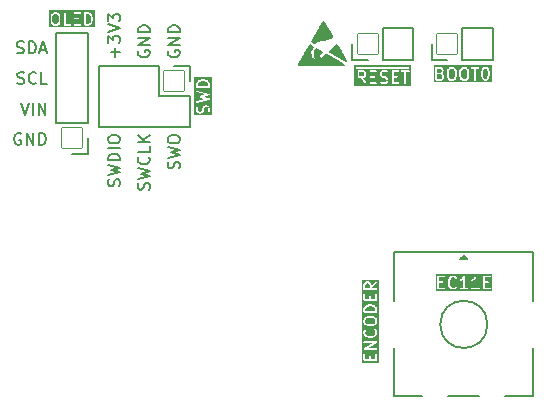
<source format=gbr>
%TF.GenerationSoftware,KiCad,Pcbnew,7.0.6*%
%TF.CreationDate,2023-11-23T18:56:53+00:00*%
%TF.ProjectId,MoonBoard,4d6f6f6e-426f-4617-9264-2e6b69636164,rev?*%
%TF.SameCoordinates,Original*%
%TF.FileFunction,Legend,Top*%
%TF.FilePolarity,Positive*%
%FSLAX46Y46*%
G04 Gerber Fmt 4.6, Leading zero omitted, Abs format (unit mm)*
G04 Created by KiCad (PCBNEW 7.0.6) date 2023-11-23 18:56:53*
%MOMM*%
%LPD*%
G01*
G04 APERTURE LIST*
G04 Aperture macros list*
%AMRoundRect*
0 Rectangle with rounded corners*
0 $1 Rounding radius*
0 $2 $3 $4 $5 $6 $7 $8 $9 X,Y pos of 4 corners*
0 Add a 4 corners polygon primitive as box body*
4,1,4,$2,$3,$4,$5,$6,$7,$8,$9,$2,$3,0*
0 Add four circle primitives for the rounded corners*
1,1,$1+$1,$2,$3*
1,1,$1+$1,$4,$5*
1,1,$1+$1,$6,$7*
1,1,$1+$1,$8,$9*
0 Add four rect primitives between the rounded corners*
20,1,$1+$1,$2,$3,$4,$5,0*
20,1,$1+$1,$4,$5,$6,$7,0*
20,1,$1+$1,$6,$7,$8,$9,0*
20,1,$1+$1,$8,$9,$2,$3,0*%
G04 Aperture macros list end*
%ADD10C,0.153000*%
%ADD11C,0.650000*%
%ADD12C,0.776000*%
%ADD13C,4.476000*%
%ADD14RoundRect,0.038000X0.850000X-0.850000X0.850000X0.850000X-0.850000X0.850000X-0.850000X-0.850000X0*%
%ADD15O,1.776000X1.776000*%
%ADD16C,4.076000*%
%ADD17C,4.063800*%
%ADD18RoundRect,0.038000X0.850000X0.850000X-0.850000X0.850000X-0.850000X-0.850000X0.850000X-0.850000X0*%
%ADD19RoundRect,0.038000X-0.850000X0.850000X-0.850000X-0.850000X0.850000X-0.850000X0.850000X0.850000X0*%
%ADD20C,1.826000*%
%ADD21RoundRect,0.038000X0.800000X0.800000X-0.800000X0.800000X-0.800000X-0.800000X0.800000X-0.800000X0*%
%ADD22O,1.676000X1.676000*%
%ADD23RoundRect,0.038000X1.100000X1.100000X-1.100000X1.100000X-1.100000X-1.100000X1.100000X-1.100000X0*%
G04 APERTURE END LIST*
D10*
X323268684Y-83100276D02*
X323317064Y-82955133D01*
X323317064Y-82955133D02*
X323317064Y-82713228D01*
X323317064Y-82713228D02*
X323268684Y-82616466D01*
X323268684Y-82616466D02*
X323220303Y-82568085D01*
X323220303Y-82568085D02*
X323123541Y-82519704D01*
X323123541Y-82519704D02*
X323026779Y-82519704D01*
X323026779Y-82519704D02*
X322930017Y-82568085D01*
X322930017Y-82568085D02*
X322881636Y-82616466D01*
X322881636Y-82616466D02*
X322833255Y-82713228D01*
X322833255Y-82713228D02*
X322784874Y-82906752D01*
X322784874Y-82906752D02*
X322736493Y-83003514D01*
X322736493Y-83003514D02*
X322688112Y-83051895D01*
X322688112Y-83051895D02*
X322591350Y-83100276D01*
X322591350Y-83100276D02*
X322494588Y-83100276D01*
X322494588Y-83100276D02*
X322397826Y-83051895D01*
X322397826Y-83051895D02*
X322349445Y-83003514D01*
X322349445Y-83003514D02*
X322301064Y-82906752D01*
X322301064Y-82906752D02*
X322301064Y-82664847D01*
X322301064Y-82664847D02*
X322349445Y-82519704D01*
X322301064Y-82181038D02*
X323317064Y-81939133D01*
X323317064Y-81939133D02*
X322591350Y-81745609D01*
X322591350Y-81745609D02*
X323317064Y-81552085D01*
X323317064Y-81552085D02*
X322301064Y-81310181D01*
X322301064Y-80729609D02*
X322301064Y-80536085D01*
X322301064Y-80536085D02*
X322349445Y-80439323D01*
X322349445Y-80439323D02*
X322446207Y-80342561D01*
X322446207Y-80342561D02*
X322639731Y-80294180D01*
X322639731Y-80294180D02*
X322978398Y-80294180D01*
X322978398Y-80294180D02*
X323171922Y-80342561D01*
X323171922Y-80342561D02*
X323268684Y-80439323D01*
X323268684Y-80439323D02*
X323317064Y-80536085D01*
X323317064Y-80536085D02*
X323317064Y-80729609D01*
X323317064Y-80729609D02*
X323268684Y-80826371D01*
X323268684Y-80826371D02*
X323171922Y-80923133D01*
X323171922Y-80923133D02*
X322978398Y-80971514D01*
X322978398Y-80971514D02*
X322639731Y-80971514D01*
X322639731Y-80971514D02*
X322446207Y-80923133D01*
X322446207Y-80923133D02*
X322349445Y-80826371D01*
X322349445Y-80826371D02*
X322301064Y-80729609D01*
G36*
X338872303Y-74961677D02*
G01*
X338903128Y-74992501D01*
X338937881Y-75062007D01*
X338937881Y-75171030D01*
X338903128Y-75240536D01*
X338872302Y-75271362D01*
X338802797Y-75306115D01*
X338510309Y-75306115D01*
X338510309Y-74926924D01*
X338802797Y-74926924D01*
X338872303Y-74961677D01*
G37*
G36*
X342911814Y-76088067D02*
G01*
X338073024Y-76088067D01*
X338073024Y-75866424D01*
X338357309Y-75866424D01*
X338375207Y-75915597D01*
X338420525Y-75941762D01*
X338472059Y-75932675D01*
X338505695Y-75892589D01*
X338510309Y-75866424D01*
X338510309Y-75459115D01*
X338635884Y-75459115D01*
X338951710Y-75910294D01*
X338994572Y-75940315D01*
X339046702Y-75935762D01*
X339083709Y-75898764D01*
X339086543Y-75866424D01*
X339373309Y-75866424D01*
X339380106Y-75885099D01*
X339383558Y-75904674D01*
X339388846Y-75909111D01*
X339391207Y-75915597D01*
X339408418Y-75925534D01*
X339423644Y-75938310D01*
X339433581Y-75940062D01*
X339436525Y-75941762D01*
X339439872Y-75941171D01*
X339449809Y-75942924D01*
X339933619Y-75942924D01*
X339982792Y-75925026D01*
X340008957Y-75879708D01*
X339999870Y-75828174D01*
X339959784Y-75794538D01*
X339933619Y-75789924D01*
X339526309Y-75789924D01*
X339526309Y-75410734D01*
X339788476Y-75410734D01*
X339837649Y-75392836D01*
X339863814Y-75347518D01*
X339854727Y-75295984D01*
X339814641Y-75262348D01*
X339788476Y-75257734D01*
X339526309Y-75257734D01*
X339526309Y-75140710D01*
X340244166Y-75140710D01*
X340245730Y-75145008D01*
X340244668Y-75149456D01*
X340252242Y-75174922D01*
X340300623Y-75271684D01*
X340301835Y-75272832D01*
X340314953Y-75291566D01*
X340363334Y-75339947D01*
X340364851Y-75340654D01*
X340383216Y-75354277D01*
X340479978Y-75402658D01*
X340483578Y-75403072D01*
X340495636Y-75408450D01*
X340681011Y-75454793D01*
X340759160Y-75493868D01*
X340789985Y-75524693D01*
X340824738Y-75594198D01*
X340824738Y-75654841D01*
X340789985Y-75724346D01*
X340759159Y-75755172D01*
X340689655Y-75789924D01*
X340478222Y-75789924D01*
X340344857Y-75745470D01*
X340292548Y-75746900D01*
X340253395Y-75781618D01*
X340245719Y-75833381D01*
X340273112Y-75877967D01*
X340296475Y-75890618D01*
X340441618Y-75938998D01*
X340443286Y-75938952D01*
X340465809Y-75942924D01*
X340707714Y-75942924D01*
X340712011Y-75941359D01*
X340716459Y-75942422D01*
X340741925Y-75934848D01*
X340838687Y-75886468D01*
X340839833Y-75885257D01*
X340858570Y-75872138D01*
X340864284Y-75866424D01*
X341260166Y-75866424D01*
X341266963Y-75885099D01*
X341270415Y-75904674D01*
X341275703Y-75909111D01*
X341278064Y-75915597D01*
X341295275Y-75925534D01*
X341310501Y-75938310D01*
X341320438Y-75940062D01*
X341323382Y-75941762D01*
X341326729Y-75941171D01*
X341336666Y-75942924D01*
X341820476Y-75942924D01*
X341869649Y-75925026D01*
X341895814Y-75879708D01*
X341886727Y-75828174D01*
X341846641Y-75794538D01*
X341820476Y-75789924D01*
X341413166Y-75789924D01*
X341413166Y-75410734D01*
X341675333Y-75410734D01*
X341724506Y-75392836D01*
X341750671Y-75347518D01*
X341741584Y-75295984D01*
X341701498Y-75262348D01*
X341675333Y-75257734D01*
X341413166Y-75257734D01*
X341413166Y-74926924D01*
X341820476Y-74926924D01*
X341869649Y-74909026D01*
X341895814Y-74863708D01*
X341891129Y-74837140D01*
X342035423Y-74837140D01*
X342044510Y-74888674D01*
X342084596Y-74922310D01*
X342110761Y-74926924D01*
X342324547Y-74926924D01*
X342324547Y-75866424D01*
X342342445Y-75915597D01*
X342387763Y-75941762D01*
X342439297Y-75932675D01*
X342472933Y-75892589D01*
X342477547Y-75866424D01*
X342477547Y-74926924D01*
X342691333Y-74926924D01*
X342740506Y-74909026D01*
X342766671Y-74863708D01*
X342757584Y-74812174D01*
X342717498Y-74778538D01*
X342691333Y-74773924D01*
X342110761Y-74773924D01*
X342061588Y-74791822D01*
X342035423Y-74837140D01*
X341891129Y-74837140D01*
X341886727Y-74812174D01*
X341846641Y-74778538D01*
X341820476Y-74773924D01*
X341336666Y-74773924D01*
X341317990Y-74780721D01*
X341298416Y-74784173D01*
X341293978Y-74789461D01*
X341287493Y-74791822D01*
X341277555Y-74809033D01*
X341264780Y-74824259D01*
X341263027Y-74834196D01*
X341261328Y-74837140D01*
X341261918Y-74840487D01*
X341260166Y-74850424D01*
X341260166Y-75866424D01*
X340864284Y-75866424D01*
X340906951Y-75823757D01*
X340907658Y-75822239D01*
X340921281Y-75803875D01*
X340969662Y-75707113D01*
X340970184Y-75702568D01*
X340973124Y-75699066D01*
X340977738Y-75672901D01*
X340977738Y-75576139D01*
X340976173Y-75571840D01*
X340977236Y-75567393D01*
X340969662Y-75541927D01*
X340921281Y-75445165D01*
X340920065Y-75444014D01*
X340906951Y-75425283D01*
X340858570Y-75376902D01*
X340857055Y-75376195D01*
X340838688Y-75362572D01*
X340741926Y-75314191D01*
X340738325Y-75313776D01*
X340726268Y-75308399D01*
X340540892Y-75262055D01*
X340462744Y-75222981D01*
X340431919Y-75192155D01*
X340397166Y-75122650D01*
X340397166Y-75062007D01*
X340431918Y-74992502D01*
X340462744Y-74961677D01*
X340532250Y-74926924D01*
X340743682Y-74926924D01*
X340877046Y-74971379D01*
X340929356Y-74969950D01*
X340968509Y-74935231D01*
X340976185Y-74883468D01*
X340948793Y-74838882D01*
X340925429Y-74826231D01*
X340780286Y-74777850D01*
X340778617Y-74777895D01*
X340756095Y-74773924D01*
X340514190Y-74773924D01*
X340509891Y-74775488D01*
X340505444Y-74774426D01*
X340479978Y-74782000D01*
X340383216Y-74830381D01*
X340382065Y-74831596D01*
X340363334Y-74844711D01*
X340314953Y-74893092D01*
X340314246Y-74894606D01*
X340300623Y-74912974D01*
X340252242Y-75009736D01*
X340251719Y-75014280D01*
X340248780Y-75017783D01*
X340244166Y-75043948D01*
X340244166Y-75140710D01*
X339526309Y-75140710D01*
X339526309Y-74926924D01*
X339933619Y-74926924D01*
X339982792Y-74909026D01*
X340008957Y-74863708D01*
X339999870Y-74812174D01*
X339959784Y-74778538D01*
X339933619Y-74773924D01*
X339449809Y-74773924D01*
X339431133Y-74780721D01*
X339411559Y-74784173D01*
X339407121Y-74789461D01*
X339400636Y-74791822D01*
X339390698Y-74809033D01*
X339377923Y-74824259D01*
X339376170Y-74834196D01*
X339374471Y-74837140D01*
X339375061Y-74840487D01*
X339373309Y-74850424D01*
X339373309Y-75866424D01*
X339086543Y-75866424D01*
X339088277Y-75846636D01*
X339077052Y-75822554D01*
X338822281Y-75458596D01*
X338825155Y-75457550D01*
X338829603Y-75458613D01*
X338855069Y-75451039D01*
X338951831Y-75402658D01*
X338952979Y-75401445D01*
X338971713Y-75388328D01*
X339020094Y-75339947D01*
X339020801Y-75338429D01*
X339034424Y-75320065D01*
X339082805Y-75223303D01*
X339083327Y-75218758D01*
X339086267Y-75215256D01*
X339090881Y-75189091D01*
X339090881Y-75043948D01*
X339089316Y-75039649D01*
X339090379Y-75035202D01*
X339082805Y-75009736D01*
X339034424Y-74912974D01*
X339033208Y-74911823D01*
X339020094Y-74893092D01*
X338971713Y-74844711D01*
X338970198Y-74844004D01*
X338951831Y-74830381D01*
X338855069Y-74782000D01*
X338850524Y-74781477D01*
X338847022Y-74778538D01*
X338820857Y-74773924D01*
X338433809Y-74773924D01*
X338415133Y-74780721D01*
X338395559Y-74784173D01*
X338391121Y-74789461D01*
X338384636Y-74791822D01*
X338374698Y-74809033D01*
X338361923Y-74824259D01*
X338360170Y-74834196D01*
X338358471Y-74837140D01*
X338359061Y-74840487D01*
X338357309Y-74850424D01*
X338357309Y-75866424D01*
X338073024Y-75866424D01*
X338073024Y-74555080D01*
X338218167Y-74555080D01*
X338227254Y-74606614D01*
X338267340Y-74640250D01*
X338293505Y-74644864D01*
X342686495Y-74644864D01*
X342735668Y-74626966D01*
X342761833Y-74581648D01*
X342752746Y-74530114D01*
X342712660Y-74496478D01*
X342686495Y-74491864D01*
X338293505Y-74491864D01*
X338244332Y-74509762D01*
X338218167Y-74555080D01*
X338073024Y-74555080D01*
X338073024Y-74346721D01*
X342911814Y-74346721D01*
X342911814Y-76088067D01*
G37*
G36*
X312939351Y-70032957D02*
G01*
X313012352Y-70105958D01*
X313053310Y-70269788D01*
X313053310Y-70589619D01*
X313012352Y-70753450D01*
X312939350Y-70826452D01*
X312869846Y-70861204D01*
X312712440Y-70861204D01*
X312642935Y-70826452D01*
X312569933Y-70753450D01*
X312528976Y-70589620D01*
X312528976Y-70269788D01*
X312569933Y-70105958D01*
X312642935Y-70032956D01*
X312712441Y-69998204D01*
X312869845Y-69998204D01*
X312939351Y-70032957D01*
G37*
G36*
X315652674Y-70036947D02*
G01*
X315727890Y-70112163D01*
X315766964Y-70190310D01*
X315811024Y-70366551D01*
X315811024Y-70492858D01*
X315766964Y-70669097D01*
X315727890Y-70747246D01*
X315652674Y-70822461D01*
X315536444Y-70861204D01*
X315383452Y-70861204D01*
X315383452Y-69998204D01*
X315536444Y-69998204D01*
X315652674Y-70036947D01*
G37*
G36*
X316109167Y-71159347D02*
G01*
X312230833Y-71159347D01*
X312230833Y-70599038D01*
X312375976Y-70599038D01*
X312377185Y-70602360D01*
X312378260Y-70617592D01*
X312426641Y-70811116D01*
X312430866Y-70817371D01*
X312431524Y-70824892D01*
X312446763Y-70846656D01*
X312543525Y-70943418D01*
X312545040Y-70944124D01*
X312563408Y-70957748D01*
X312660170Y-71006128D01*
X312664713Y-71006650D01*
X312668216Y-71009590D01*
X312694381Y-71014204D01*
X312887905Y-71014204D01*
X312892202Y-71012639D01*
X312896650Y-71013702D01*
X312922116Y-71006128D01*
X313018878Y-70957748D01*
X313020024Y-70956537D01*
X313038761Y-70943418D01*
X313044475Y-70937704D01*
X313488738Y-70937704D01*
X313495535Y-70956379D01*
X313498987Y-70975954D01*
X313504275Y-70980391D01*
X313506636Y-70986877D01*
X313523847Y-70996814D01*
X313539073Y-71009590D01*
X313549010Y-71011342D01*
X313551954Y-71013042D01*
X313555301Y-71012451D01*
X313565238Y-71014204D01*
X314049048Y-71014204D01*
X314098221Y-70996306D01*
X314124386Y-70950988D01*
X314122044Y-70937704D01*
X314311214Y-70937704D01*
X314318011Y-70956379D01*
X314321463Y-70975954D01*
X314326751Y-70980391D01*
X314329112Y-70986877D01*
X314346323Y-70996814D01*
X314361549Y-71009590D01*
X314371486Y-71011342D01*
X314374430Y-71013042D01*
X314377777Y-71012451D01*
X314387714Y-71014204D01*
X314871524Y-71014204D01*
X314920697Y-70996306D01*
X314946862Y-70950988D01*
X314944520Y-70937704D01*
X315230452Y-70937704D01*
X315237249Y-70956379D01*
X315240701Y-70975954D01*
X315245989Y-70980391D01*
X315248350Y-70986877D01*
X315265561Y-70996814D01*
X315280787Y-71009590D01*
X315290724Y-71011342D01*
X315293668Y-71013042D01*
X315297015Y-71012451D01*
X315306952Y-71014204D01*
X315548857Y-71014204D01*
X315550428Y-71013632D01*
X315573048Y-71010278D01*
X315718191Y-70961898D01*
X315721772Y-70959055D01*
X315726330Y-70958657D01*
X315748094Y-70943418D01*
X315844856Y-70846656D01*
X315845563Y-70845138D01*
X315859186Y-70826774D01*
X315907567Y-70730012D01*
X315907981Y-70726411D01*
X315913359Y-70714354D01*
X315961740Y-70520830D01*
X315961372Y-70517312D01*
X315964024Y-70502276D01*
X315964024Y-70357133D01*
X315962814Y-70353810D01*
X315961740Y-70338579D01*
X315913359Y-70145055D01*
X315911330Y-70142052D01*
X315907567Y-70129397D01*
X315859186Y-70032635D01*
X315857970Y-70031484D01*
X315844856Y-70012753D01*
X315748094Y-69915991D01*
X315743948Y-69914058D01*
X315741555Y-69910162D01*
X315718191Y-69897511D01*
X315573048Y-69849130D01*
X315571379Y-69849175D01*
X315548857Y-69845204D01*
X315306952Y-69845204D01*
X315288276Y-69852001D01*
X315268702Y-69855453D01*
X315264264Y-69860741D01*
X315257779Y-69863102D01*
X315247841Y-69880313D01*
X315235066Y-69895539D01*
X315233313Y-69905476D01*
X315231614Y-69908420D01*
X315232204Y-69911767D01*
X315230452Y-69921704D01*
X315230452Y-70937704D01*
X314944520Y-70937704D01*
X314937775Y-70899454D01*
X314897689Y-70865818D01*
X314871524Y-70861204D01*
X314464214Y-70861204D01*
X314464214Y-70482014D01*
X314726381Y-70482014D01*
X314775554Y-70464116D01*
X314801719Y-70418798D01*
X314792632Y-70367264D01*
X314752546Y-70333628D01*
X314726381Y-70329014D01*
X314464214Y-70329014D01*
X314464214Y-69998204D01*
X314871524Y-69998204D01*
X314920697Y-69980306D01*
X314946862Y-69934988D01*
X314937775Y-69883454D01*
X314897689Y-69849818D01*
X314871524Y-69845204D01*
X314387714Y-69845204D01*
X314369038Y-69852001D01*
X314349464Y-69855453D01*
X314345026Y-69860741D01*
X314338541Y-69863102D01*
X314328603Y-69880313D01*
X314315828Y-69895539D01*
X314314075Y-69905476D01*
X314312376Y-69908420D01*
X314312966Y-69911767D01*
X314311214Y-69921704D01*
X314311214Y-70937704D01*
X314122044Y-70937704D01*
X314115299Y-70899454D01*
X314075213Y-70865818D01*
X314049048Y-70861204D01*
X313641738Y-70861204D01*
X313641738Y-69921704D01*
X313623840Y-69872531D01*
X313578522Y-69846366D01*
X313526988Y-69855453D01*
X313493352Y-69895539D01*
X313488738Y-69921704D01*
X313488738Y-70937704D01*
X313044475Y-70937704D01*
X313135523Y-70846656D01*
X313138713Y-70839814D01*
X313144823Y-70835381D01*
X313155645Y-70811116D01*
X313204026Y-70617592D01*
X313203658Y-70614074D01*
X313206310Y-70599038D01*
X313206310Y-70260371D01*
X313205100Y-70257048D01*
X313204026Y-70241817D01*
X313155645Y-70048293D01*
X313151418Y-70042036D01*
X313150761Y-70034517D01*
X313135523Y-70012753D01*
X313038761Y-69915991D01*
X313037246Y-69915284D01*
X313018879Y-69901661D01*
X312922117Y-69853280D01*
X312917572Y-69852757D01*
X312914070Y-69849818D01*
X312887905Y-69845204D01*
X312694381Y-69845204D01*
X312690082Y-69846768D01*
X312685635Y-69845706D01*
X312660169Y-69853280D01*
X312563407Y-69901661D01*
X312562256Y-69902876D01*
X312543525Y-69915991D01*
X312446763Y-70012753D01*
X312443572Y-70019594D01*
X312437463Y-70024028D01*
X312426641Y-70048293D01*
X312378260Y-70241817D01*
X312378627Y-70245334D01*
X312375976Y-70260371D01*
X312375976Y-70599038D01*
X312230833Y-70599038D01*
X312230833Y-69700061D01*
X316109167Y-69700061D01*
X316109167Y-71159347D01*
G37*
G36*
X349776814Y-93489347D02*
G01*
X344980404Y-93489347D01*
X344980404Y-93267704D01*
X345125547Y-93267704D01*
X345132344Y-93286379D01*
X345135796Y-93305954D01*
X345141084Y-93310391D01*
X345143445Y-93316877D01*
X345160656Y-93326814D01*
X345175882Y-93339590D01*
X345185819Y-93341342D01*
X345188763Y-93343042D01*
X345192110Y-93342451D01*
X345202047Y-93344204D01*
X345685857Y-93344204D01*
X345735030Y-93326306D01*
X345761195Y-93280988D01*
X345752108Y-93229454D01*
X345712022Y-93195818D01*
X345685857Y-93191204D01*
X345278547Y-93191204D01*
X345278547Y-92832276D01*
X345996404Y-92832276D01*
X345997613Y-92835598D01*
X345998688Y-92850830D01*
X346047069Y-93044354D01*
X346049097Y-93047356D01*
X346052861Y-93060012D01*
X346101242Y-93156774D01*
X346102454Y-93157922D01*
X346115572Y-93176656D01*
X346212334Y-93273418D01*
X346216480Y-93275351D01*
X346218874Y-93279247D01*
X346242237Y-93291898D01*
X346387380Y-93340278D01*
X346389048Y-93340232D01*
X346411571Y-93344204D01*
X346508333Y-93344204D01*
X346509904Y-93343632D01*
X346532524Y-93340278D01*
X346677667Y-93291898D01*
X346681248Y-93289055D01*
X346685806Y-93288657D01*
X346707570Y-93273418D01*
X346726568Y-93254420D01*
X347013566Y-93254420D01*
X347022653Y-93305954D01*
X347062739Y-93339590D01*
X347088904Y-93344204D01*
X347669476Y-93344204D01*
X347718649Y-93326306D01*
X347744814Y-93280988D01*
X347740129Y-93254420D01*
X347981185Y-93254420D01*
X347990272Y-93305954D01*
X348030358Y-93339590D01*
X348056523Y-93344204D01*
X348637095Y-93344204D01*
X348686268Y-93326306D01*
X348712433Y-93280988D01*
X348710091Y-93267704D01*
X348996023Y-93267704D01*
X349002820Y-93286379D01*
X349006272Y-93305954D01*
X349011560Y-93310391D01*
X349013921Y-93316877D01*
X349031132Y-93326814D01*
X349046358Y-93339590D01*
X349056295Y-93341342D01*
X349059239Y-93343042D01*
X349062586Y-93342451D01*
X349072523Y-93344204D01*
X349556333Y-93344204D01*
X349605506Y-93326306D01*
X349631671Y-93280988D01*
X349622584Y-93229454D01*
X349582498Y-93195818D01*
X349556333Y-93191204D01*
X349149023Y-93191204D01*
X349149023Y-92812014D01*
X349411190Y-92812014D01*
X349460363Y-92794116D01*
X349486528Y-92748798D01*
X349477441Y-92697264D01*
X349437355Y-92663628D01*
X349411190Y-92659014D01*
X349149023Y-92659014D01*
X349149023Y-92328204D01*
X349556333Y-92328204D01*
X349605506Y-92310306D01*
X349631671Y-92264988D01*
X349622584Y-92213454D01*
X349582498Y-92179818D01*
X349556333Y-92175204D01*
X349072523Y-92175204D01*
X349053847Y-92182001D01*
X349034273Y-92185453D01*
X349029835Y-92190741D01*
X349023350Y-92193102D01*
X349013412Y-92210313D01*
X349000637Y-92225539D01*
X348998884Y-92235476D01*
X348997185Y-92238420D01*
X348997775Y-92241767D01*
X348996023Y-92251704D01*
X348996023Y-93267704D01*
X348710091Y-93267704D01*
X348703346Y-93229454D01*
X348663260Y-93195818D01*
X348637095Y-93191204D01*
X348423309Y-93191204D01*
X348423309Y-92251704D01*
X348421804Y-92247569D01*
X348422845Y-92243296D01*
X348413004Y-92223393D01*
X348405411Y-92202531D01*
X348401601Y-92200331D01*
X348399652Y-92196388D01*
X348379322Y-92187468D01*
X348360093Y-92176366D01*
X348355759Y-92177130D01*
X348351732Y-92175363D01*
X348330425Y-92181597D01*
X348308559Y-92185453D01*
X348305731Y-92188822D01*
X348301510Y-92190058D01*
X348283157Y-92209270D01*
X348190597Y-92348108D01*
X348107969Y-92430736D01*
X348022311Y-92473566D01*
X347986334Y-92511566D01*
X347983198Y-92563801D01*
X348014372Y-92605830D01*
X348065269Y-92617988D01*
X348090735Y-92610414D01*
X348187497Y-92562033D01*
X348188645Y-92560820D01*
X348207379Y-92547703D01*
X348270309Y-92484773D01*
X348270309Y-93191204D01*
X348056523Y-93191204D01*
X348007350Y-93209102D01*
X347981185Y-93254420D01*
X347740129Y-93254420D01*
X347735727Y-93229454D01*
X347695641Y-93195818D01*
X347669476Y-93191204D01*
X347455690Y-93191204D01*
X347455690Y-92251704D01*
X347454185Y-92247569D01*
X347455226Y-92243296D01*
X347445385Y-92223393D01*
X347437792Y-92202531D01*
X347433982Y-92200331D01*
X347432033Y-92196388D01*
X347411703Y-92187468D01*
X347392474Y-92176366D01*
X347388140Y-92177130D01*
X347384113Y-92175363D01*
X347362806Y-92181597D01*
X347340940Y-92185453D01*
X347338112Y-92188822D01*
X347333891Y-92190058D01*
X347315538Y-92209270D01*
X347222978Y-92348108D01*
X347140350Y-92430736D01*
X347054692Y-92473566D01*
X347018715Y-92511566D01*
X347015579Y-92563801D01*
X347046753Y-92605830D01*
X347097650Y-92617988D01*
X347123116Y-92610414D01*
X347219878Y-92562033D01*
X347221026Y-92560820D01*
X347239760Y-92547703D01*
X347302690Y-92484773D01*
X347302690Y-93191204D01*
X347088904Y-93191204D01*
X347039731Y-93209102D01*
X347013566Y-93254420D01*
X346726568Y-93254420D01*
X346755951Y-93225037D01*
X346778065Y-93177610D01*
X346764522Y-93127064D01*
X346721657Y-93097050D01*
X346669527Y-93101611D01*
X346647763Y-93116849D01*
X346612150Y-93152461D01*
X346495920Y-93191204D01*
X346423984Y-93191204D01*
X346307753Y-93152461D01*
X346232538Y-93077246D01*
X346193464Y-92999098D01*
X346149403Y-92822857D01*
X346149403Y-92696551D01*
X346193464Y-92520310D01*
X346232538Y-92442163D01*
X346307753Y-92366947D01*
X346423984Y-92328204D01*
X346495920Y-92328204D01*
X346612150Y-92366947D01*
X346647763Y-92402560D01*
X346695190Y-92424674D01*
X346745736Y-92411131D01*
X346775750Y-92368266D01*
X346771189Y-92316136D01*
X346755951Y-92294372D01*
X346707570Y-92245991D01*
X346703424Y-92244058D01*
X346701031Y-92240162D01*
X346677667Y-92227511D01*
X346532524Y-92179130D01*
X346530855Y-92179175D01*
X346508333Y-92175204D01*
X346411571Y-92175204D01*
X346409999Y-92175775D01*
X346387379Y-92179130D01*
X346242237Y-92227511D01*
X346238654Y-92230354D01*
X346234098Y-92230753D01*
X346212334Y-92245991D01*
X346115572Y-92342753D01*
X346114865Y-92344267D01*
X346101242Y-92362635D01*
X346052861Y-92459397D01*
X346052446Y-92462997D01*
X346047069Y-92475055D01*
X345998688Y-92668579D01*
X345999055Y-92672096D01*
X345996404Y-92687133D01*
X345996404Y-92832276D01*
X345278547Y-92832276D01*
X345278547Y-92812014D01*
X345540714Y-92812014D01*
X345589887Y-92794116D01*
X345616052Y-92748798D01*
X345606965Y-92697264D01*
X345566879Y-92663628D01*
X345540714Y-92659014D01*
X345278547Y-92659014D01*
X345278547Y-92328204D01*
X345685857Y-92328204D01*
X345735030Y-92310306D01*
X345761195Y-92264988D01*
X345752108Y-92213454D01*
X345712022Y-92179818D01*
X345685857Y-92175204D01*
X345202047Y-92175204D01*
X345183371Y-92182001D01*
X345163797Y-92185453D01*
X345159359Y-92190741D01*
X345152874Y-92193102D01*
X345142936Y-92210313D01*
X345130161Y-92225539D01*
X345128408Y-92235476D01*
X345126709Y-92238420D01*
X345127299Y-92241767D01*
X345125547Y-92251704D01*
X345125547Y-93267704D01*
X344980404Y-93267704D01*
X344980404Y-92030061D01*
X349776814Y-92030061D01*
X349776814Y-93489347D01*
G37*
G36*
X345471150Y-75169477D02*
G01*
X345497985Y-75196312D01*
X345532738Y-75265818D01*
X345532738Y-75374840D01*
X345497984Y-75444347D01*
X345467159Y-75475172D01*
X345397655Y-75509924D01*
X345105166Y-75509924D01*
X345105166Y-75130734D01*
X345354920Y-75130734D01*
X345471150Y-75169477D01*
G37*
G36*
X345418778Y-74681676D02*
G01*
X345449604Y-74712502D01*
X345484357Y-74782008D01*
X345484357Y-74842650D01*
X345449604Y-74912155D01*
X345418779Y-74942980D01*
X345349273Y-74977734D01*
X345105166Y-74977734D01*
X345105166Y-74646924D01*
X345349273Y-74646924D01*
X345418778Y-74681676D01*
G37*
G36*
X346483160Y-74681677D02*
G01*
X346556161Y-74754678D01*
X346597119Y-74918509D01*
X346597119Y-75238340D01*
X346556161Y-75402170D01*
X346483159Y-75475172D01*
X346413655Y-75509924D01*
X346256249Y-75509924D01*
X346186744Y-75475172D01*
X346113742Y-75402170D01*
X346072785Y-75238340D01*
X346072785Y-74918508D01*
X346113742Y-74754678D01*
X346186744Y-74681676D01*
X346256250Y-74646924D01*
X346413654Y-74646924D01*
X346483160Y-74681677D01*
G37*
G36*
X347547541Y-74681677D02*
G01*
X347620542Y-74754678D01*
X347661500Y-74918509D01*
X347661500Y-75238339D01*
X347620542Y-75402170D01*
X347547540Y-75475172D01*
X347478036Y-75509924D01*
X347320630Y-75509924D01*
X347251125Y-75475172D01*
X347178123Y-75402170D01*
X347137166Y-75238340D01*
X347137166Y-74918508D01*
X347178123Y-74754678D01*
X347251124Y-74681677D01*
X347320631Y-74646924D01*
X347478035Y-74646924D01*
X347547541Y-74681677D01*
G37*
G36*
X349289254Y-74681676D02*
G01*
X349320080Y-74712502D01*
X349359154Y-74790649D01*
X349403214Y-74966889D01*
X349403214Y-75189959D01*
X349359154Y-75366198D01*
X349320079Y-75444347D01*
X349289254Y-75475172D01*
X349219750Y-75509924D01*
X349159106Y-75509924D01*
X349089601Y-75475172D01*
X349058776Y-75444346D01*
X349019701Y-75366198D01*
X348975642Y-75189959D01*
X348975642Y-74966889D01*
X349019701Y-74790650D01*
X349058776Y-74712501D01*
X349089600Y-74681677D01*
X349159107Y-74646924D01*
X349219749Y-74646924D01*
X349289254Y-74681676D01*
G37*
G36*
X349701357Y-75808067D02*
G01*
X344807023Y-75808067D01*
X344807023Y-75586424D01*
X344952166Y-75586424D01*
X344958963Y-75605099D01*
X344962415Y-75624674D01*
X344967703Y-75629111D01*
X344970064Y-75635597D01*
X344987275Y-75645534D01*
X345002501Y-75658310D01*
X345012438Y-75660062D01*
X345015382Y-75661762D01*
X345018729Y-75661171D01*
X345028666Y-75662924D01*
X345415714Y-75662924D01*
X345420011Y-75661359D01*
X345424459Y-75662422D01*
X345449925Y-75654848D01*
X345546687Y-75606468D01*
X345547833Y-75605257D01*
X345566570Y-75592138D01*
X345614951Y-75543757D01*
X345615658Y-75542239D01*
X345629281Y-75523875D01*
X345677662Y-75427113D01*
X345678184Y-75422568D01*
X345681124Y-75419066D01*
X345685738Y-75392901D01*
X345685738Y-75247758D01*
X345919785Y-75247758D01*
X345920994Y-75251080D01*
X345922069Y-75266312D01*
X345970450Y-75459836D01*
X345974675Y-75466091D01*
X345975333Y-75473612D01*
X345990572Y-75495376D01*
X346087334Y-75592138D01*
X346088849Y-75592844D01*
X346107217Y-75606468D01*
X346203979Y-75654848D01*
X346208522Y-75655370D01*
X346212025Y-75658310D01*
X346238190Y-75662924D01*
X346431714Y-75662924D01*
X346436011Y-75661359D01*
X346440459Y-75662422D01*
X346465925Y-75654848D01*
X346562687Y-75606468D01*
X346563833Y-75605257D01*
X346582570Y-75592138D01*
X346679332Y-75495376D01*
X346682522Y-75488534D01*
X346688632Y-75484101D01*
X346699454Y-75459836D01*
X346747835Y-75266312D01*
X346747467Y-75262794D01*
X346750119Y-75247758D01*
X346984166Y-75247758D01*
X346985375Y-75251080D01*
X346986450Y-75266312D01*
X347034831Y-75459836D01*
X347039056Y-75466091D01*
X347039714Y-75473612D01*
X347054953Y-75495376D01*
X347151715Y-75592138D01*
X347153230Y-75592844D01*
X347171598Y-75606468D01*
X347268360Y-75654848D01*
X347272903Y-75655370D01*
X347276406Y-75658310D01*
X347302571Y-75662924D01*
X347496095Y-75662924D01*
X347500392Y-75661359D01*
X347504840Y-75662422D01*
X347530306Y-75654848D01*
X347627068Y-75606468D01*
X347628214Y-75605257D01*
X347646951Y-75592138D01*
X347743713Y-75495376D01*
X347746903Y-75488534D01*
X347753013Y-75484101D01*
X347763835Y-75459836D01*
X347812216Y-75266312D01*
X347811848Y-75262794D01*
X347814500Y-75247758D01*
X347814500Y-74909091D01*
X347813290Y-74905768D01*
X347812216Y-74890537D01*
X347763835Y-74697013D01*
X347759608Y-74690756D01*
X347758951Y-74683237D01*
X347743713Y-74661473D01*
X347646951Y-74564711D01*
X347645436Y-74564004D01*
X347636182Y-74557140D01*
X347952947Y-74557140D01*
X347962034Y-74608674D01*
X348002120Y-74642310D01*
X348028285Y-74646924D01*
X348242071Y-74646924D01*
X348242071Y-75586424D01*
X348259969Y-75635597D01*
X348305287Y-75661762D01*
X348356821Y-75652675D01*
X348390457Y-75612589D01*
X348395071Y-75586424D01*
X348395071Y-75199377D01*
X348822642Y-75199377D01*
X348823851Y-75202699D01*
X348824926Y-75217931D01*
X348873307Y-75411455D01*
X348875335Y-75414457D01*
X348879099Y-75427113D01*
X348927480Y-75523875D01*
X348928692Y-75525023D01*
X348941810Y-75543757D01*
X348990191Y-75592138D01*
X348991706Y-75592844D01*
X349010074Y-75606468D01*
X349106836Y-75654848D01*
X349111379Y-75655370D01*
X349114882Y-75658310D01*
X349141047Y-75662924D01*
X349237809Y-75662924D01*
X349242106Y-75661359D01*
X349246554Y-75662422D01*
X349272020Y-75654848D01*
X349368782Y-75606468D01*
X349369928Y-75605257D01*
X349388665Y-75592138D01*
X349437046Y-75543757D01*
X349437753Y-75542239D01*
X349451376Y-75523875D01*
X349499757Y-75427113D01*
X349500171Y-75423512D01*
X349505549Y-75411455D01*
X349553930Y-75217931D01*
X349553562Y-75214413D01*
X349556214Y-75199377D01*
X349556214Y-74957472D01*
X349555004Y-74954149D01*
X349553930Y-74938918D01*
X349505549Y-74745394D01*
X349503520Y-74742391D01*
X349499757Y-74729736D01*
X349451376Y-74632974D01*
X349450160Y-74631823D01*
X349437046Y-74613092D01*
X349388665Y-74564711D01*
X349387150Y-74564004D01*
X349368783Y-74550381D01*
X349272021Y-74502000D01*
X349267476Y-74501477D01*
X349263974Y-74498538D01*
X349237809Y-74493924D01*
X349141047Y-74493924D01*
X349136748Y-74495488D01*
X349132301Y-74494426D01*
X349106835Y-74502000D01*
X349010073Y-74550381D01*
X349008922Y-74551596D01*
X348990191Y-74564711D01*
X348941810Y-74613092D01*
X348941103Y-74614606D01*
X348927480Y-74632974D01*
X348879099Y-74729736D01*
X348878684Y-74733336D01*
X348873307Y-74745394D01*
X348824926Y-74938918D01*
X348825293Y-74942435D01*
X348822642Y-74957472D01*
X348822642Y-75199377D01*
X348395071Y-75199377D01*
X348395071Y-74646924D01*
X348608857Y-74646924D01*
X348658030Y-74629026D01*
X348684195Y-74583708D01*
X348675108Y-74532174D01*
X348635022Y-74498538D01*
X348608857Y-74493924D01*
X348028285Y-74493924D01*
X347979112Y-74511822D01*
X347952947Y-74557140D01*
X347636182Y-74557140D01*
X347627069Y-74550381D01*
X347530307Y-74502000D01*
X347525762Y-74501477D01*
X347522260Y-74498538D01*
X347496095Y-74493924D01*
X347302571Y-74493924D01*
X347298272Y-74495488D01*
X347293825Y-74494426D01*
X347268359Y-74502000D01*
X347171597Y-74550381D01*
X347170446Y-74551596D01*
X347151715Y-74564711D01*
X347054953Y-74661473D01*
X347051762Y-74668314D01*
X347045653Y-74672748D01*
X347034831Y-74697013D01*
X346986450Y-74890537D01*
X346986817Y-74894054D01*
X346984166Y-74909091D01*
X346984166Y-75247758D01*
X346750119Y-75247758D01*
X346750119Y-74909091D01*
X346748909Y-74905768D01*
X346747835Y-74890537D01*
X346699454Y-74697013D01*
X346695227Y-74690756D01*
X346694570Y-74683237D01*
X346679332Y-74661473D01*
X346582570Y-74564711D01*
X346581055Y-74564004D01*
X346562688Y-74550381D01*
X346465926Y-74502000D01*
X346461381Y-74501477D01*
X346457879Y-74498538D01*
X346431714Y-74493924D01*
X346238190Y-74493924D01*
X346233891Y-74495488D01*
X346229444Y-74494426D01*
X346203978Y-74502000D01*
X346107216Y-74550381D01*
X346106065Y-74551596D01*
X346087334Y-74564711D01*
X345990572Y-74661473D01*
X345987381Y-74668314D01*
X345981272Y-74672748D01*
X345970450Y-74697013D01*
X345922069Y-74890537D01*
X345922436Y-74894054D01*
X345919785Y-74909091D01*
X345919785Y-75247758D01*
X345685738Y-75247758D01*
X345684173Y-75243459D01*
X345685236Y-75239012D01*
X345677662Y-75213546D01*
X345629281Y-75116784D01*
X345628065Y-75115633D01*
X345614951Y-75096902D01*
X345566570Y-75048521D01*
X345562424Y-75046588D01*
X345560031Y-75042692D01*
X345544080Y-75034055D01*
X345566570Y-75011566D01*
X345567277Y-75010048D01*
X345580900Y-74991684D01*
X345629281Y-74894922D01*
X345629803Y-74890377D01*
X345632743Y-74886875D01*
X345637357Y-74860710D01*
X345637357Y-74763948D01*
X345635792Y-74759649D01*
X345636855Y-74755202D01*
X345629281Y-74729736D01*
X345580900Y-74632974D01*
X345579684Y-74631823D01*
X345566570Y-74613092D01*
X345518189Y-74564711D01*
X345516674Y-74564004D01*
X345498307Y-74550381D01*
X345401545Y-74502000D01*
X345397000Y-74501477D01*
X345393498Y-74498538D01*
X345367333Y-74493924D01*
X345028666Y-74493924D01*
X345009990Y-74500721D01*
X344990416Y-74504173D01*
X344985978Y-74509461D01*
X344979493Y-74511822D01*
X344969555Y-74529033D01*
X344956780Y-74544259D01*
X344955027Y-74554196D01*
X344953328Y-74557140D01*
X344953918Y-74560487D01*
X344952166Y-74570424D01*
X344952166Y-75586424D01*
X344807023Y-75586424D01*
X344807023Y-74348781D01*
X349701357Y-74348781D01*
X349701357Y-75808067D01*
G37*
X317855017Y-73657438D02*
X317855017Y-72883343D01*
X318242064Y-73270390D02*
X317467969Y-73270390D01*
X317226064Y-72496295D02*
X317226064Y-71867342D01*
X317226064Y-71867342D02*
X317613112Y-72206009D01*
X317613112Y-72206009D02*
X317613112Y-72060866D01*
X317613112Y-72060866D02*
X317661493Y-71964104D01*
X317661493Y-71964104D02*
X317709874Y-71915723D01*
X317709874Y-71915723D02*
X317806636Y-71867342D01*
X317806636Y-71867342D02*
X318048541Y-71867342D01*
X318048541Y-71867342D02*
X318145303Y-71915723D01*
X318145303Y-71915723D02*
X318193684Y-71964104D01*
X318193684Y-71964104D02*
X318242064Y-72060866D01*
X318242064Y-72060866D02*
X318242064Y-72351152D01*
X318242064Y-72351152D02*
X318193684Y-72447914D01*
X318193684Y-72447914D02*
X318145303Y-72496295D01*
X317226064Y-71577057D02*
X318242064Y-71238390D01*
X318242064Y-71238390D02*
X317226064Y-70899723D01*
X317226064Y-70657819D02*
X317226064Y-70028866D01*
X317226064Y-70028866D02*
X317613112Y-70367533D01*
X317613112Y-70367533D02*
X317613112Y-70222390D01*
X317613112Y-70222390D02*
X317661493Y-70125628D01*
X317661493Y-70125628D02*
X317709874Y-70077247D01*
X317709874Y-70077247D02*
X317806636Y-70028866D01*
X317806636Y-70028866D02*
X318048541Y-70028866D01*
X318048541Y-70028866D02*
X318145303Y-70077247D01*
X318145303Y-70077247D02*
X318193684Y-70125628D01*
X318193684Y-70125628D02*
X318242064Y-70222390D01*
X318242064Y-70222390D02*
X318242064Y-70512676D01*
X318242064Y-70512676D02*
X318193684Y-70609438D01*
X318193684Y-70609438D02*
X318145303Y-70657819D01*
X319809445Y-73125247D02*
X319761064Y-73222009D01*
X319761064Y-73222009D02*
X319761064Y-73367152D01*
X319761064Y-73367152D02*
X319809445Y-73512295D01*
X319809445Y-73512295D02*
X319906207Y-73609057D01*
X319906207Y-73609057D02*
X320002969Y-73657438D01*
X320002969Y-73657438D02*
X320196493Y-73705819D01*
X320196493Y-73705819D02*
X320341636Y-73705819D01*
X320341636Y-73705819D02*
X320535160Y-73657438D01*
X320535160Y-73657438D02*
X320631922Y-73609057D01*
X320631922Y-73609057D02*
X320728684Y-73512295D01*
X320728684Y-73512295D02*
X320777064Y-73367152D01*
X320777064Y-73367152D02*
X320777064Y-73270390D01*
X320777064Y-73270390D02*
X320728684Y-73125247D01*
X320728684Y-73125247D02*
X320680303Y-73076866D01*
X320680303Y-73076866D02*
X320341636Y-73076866D01*
X320341636Y-73076866D02*
X320341636Y-73270390D01*
X320777064Y-72641438D02*
X319761064Y-72641438D01*
X319761064Y-72641438D02*
X320777064Y-72060866D01*
X320777064Y-72060866D02*
X319761064Y-72060866D01*
X320777064Y-71577057D02*
X319761064Y-71577057D01*
X319761064Y-71577057D02*
X319761064Y-71335152D01*
X319761064Y-71335152D02*
X319809445Y-71190009D01*
X319809445Y-71190009D02*
X319906207Y-71093247D01*
X319906207Y-71093247D02*
X320002969Y-71044866D01*
X320002969Y-71044866D02*
X320196493Y-70996485D01*
X320196493Y-70996485D02*
X320341636Y-70996485D01*
X320341636Y-70996485D02*
X320535160Y-71044866D01*
X320535160Y-71044866D02*
X320631922Y-71093247D01*
X320631922Y-71093247D02*
X320728684Y-71190009D01*
X320728684Y-71190009D02*
X320777064Y-71335152D01*
X320777064Y-71335152D02*
X320777064Y-71577057D01*
X318193684Y-84600086D02*
X318242064Y-84454943D01*
X318242064Y-84454943D02*
X318242064Y-84213038D01*
X318242064Y-84213038D02*
X318193684Y-84116276D01*
X318193684Y-84116276D02*
X318145303Y-84067895D01*
X318145303Y-84067895D02*
X318048541Y-84019514D01*
X318048541Y-84019514D02*
X317951779Y-84019514D01*
X317951779Y-84019514D02*
X317855017Y-84067895D01*
X317855017Y-84067895D02*
X317806636Y-84116276D01*
X317806636Y-84116276D02*
X317758255Y-84213038D01*
X317758255Y-84213038D02*
X317709874Y-84406562D01*
X317709874Y-84406562D02*
X317661493Y-84503324D01*
X317661493Y-84503324D02*
X317613112Y-84551705D01*
X317613112Y-84551705D02*
X317516350Y-84600086D01*
X317516350Y-84600086D02*
X317419588Y-84600086D01*
X317419588Y-84600086D02*
X317322826Y-84551705D01*
X317322826Y-84551705D02*
X317274445Y-84503324D01*
X317274445Y-84503324D02*
X317226064Y-84406562D01*
X317226064Y-84406562D02*
X317226064Y-84164657D01*
X317226064Y-84164657D02*
X317274445Y-84019514D01*
X317226064Y-83680848D02*
X318242064Y-83438943D01*
X318242064Y-83438943D02*
X317516350Y-83245419D01*
X317516350Y-83245419D02*
X318242064Y-83051895D01*
X318242064Y-83051895D02*
X317226064Y-82809991D01*
X318242064Y-82422943D02*
X317226064Y-82422943D01*
X317226064Y-82422943D02*
X317226064Y-82181038D01*
X317226064Y-82181038D02*
X317274445Y-82035895D01*
X317274445Y-82035895D02*
X317371207Y-81939133D01*
X317371207Y-81939133D02*
X317467969Y-81890752D01*
X317467969Y-81890752D02*
X317661493Y-81842371D01*
X317661493Y-81842371D02*
X317806636Y-81842371D01*
X317806636Y-81842371D02*
X318000160Y-81890752D01*
X318000160Y-81890752D02*
X318096922Y-81939133D01*
X318096922Y-81939133D02*
X318193684Y-82035895D01*
X318193684Y-82035895D02*
X318242064Y-82181038D01*
X318242064Y-82181038D02*
X318242064Y-82422943D01*
X318242064Y-81406943D02*
X317226064Y-81406943D01*
X317226064Y-80729609D02*
X317226064Y-80536085D01*
X317226064Y-80536085D02*
X317274445Y-80439323D01*
X317274445Y-80439323D02*
X317371207Y-80342561D01*
X317371207Y-80342561D02*
X317564731Y-80294180D01*
X317564731Y-80294180D02*
X317903398Y-80294180D01*
X317903398Y-80294180D02*
X318096922Y-80342561D01*
X318096922Y-80342561D02*
X318193684Y-80439323D01*
X318193684Y-80439323D02*
X318242064Y-80536085D01*
X318242064Y-80536085D02*
X318242064Y-80729609D01*
X318242064Y-80729609D02*
X318193684Y-80826371D01*
X318193684Y-80826371D02*
X318096922Y-80923133D01*
X318096922Y-80923133D02*
X317903398Y-80971514D01*
X317903398Y-80971514D02*
X317564731Y-80971514D01*
X317564731Y-80971514D02*
X317371207Y-80923133D01*
X317371207Y-80923133D02*
X317274445Y-80826371D01*
X317274445Y-80826371D02*
X317226064Y-80729609D01*
G36*
X339763450Y-95804599D02*
G01*
X339836452Y-95877601D01*
X339871204Y-95947105D01*
X339871204Y-96104512D01*
X339836452Y-96174016D01*
X339763450Y-96247018D01*
X339599620Y-96287976D01*
X339279789Y-96287976D01*
X339115958Y-96247018D01*
X339042957Y-96174016D01*
X339008204Y-96104510D01*
X339008204Y-95947107D01*
X339042957Y-95877601D01*
X339115958Y-95804599D01*
X339279789Y-95763642D01*
X339599620Y-95763642D01*
X339763450Y-95804599D01*
G37*
G36*
X339679098Y-94791702D02*
G01*
X339757246Y-94830776D01*
X339832461Y-94905991D01*
X339871204Y-95022221D01*
X339871204Y-95175214D01*
X339008204Y-95175214D01*
X339008204Y-95022222D01*
X339046947Y-94905991D01*
X339122163Y-94830775D01*
X339200310Y-94791702D01*
X339376551Y-94747642D01*
X339502858Y-94747642D01*
X339679098Y-94791702D01*
G37*
G36*
X339321817Y-92847157D02*
G01*
X339352641Y-92877981D01*
X339387395Y-92947487D01*
X339387395Y-93239976D01*
X339008204Y-93239976D01*
X339008204Y-92947487D01*
X339042956Y-92877982D01*
X339073782Y-92847156D01*
X339143288Y-92812404D01*
X339252311Y-92812404D01*
X339321817Y-92847157D01*
G37*
G36*
X340169347Y-99537357D02*
G01*
X338710061Y-99537357D01*
X338710061Y-99315714D01*
X338855204Y-99315714D01*
X338862001Y-99334389D01*
X338865453Y-99353964D01*
X338870741Y-99358401D01*
X338873102Y-99364887D01*
X338890313Y-99374824D01*
X338905539Y-99387600D01*
X338915476Y-99389352D01*
X338918420Y-99391052D01*
X338921767Y-99390461D01*
X338931704Y-99392214D01*
X339947704Y-99392214D01*
X339966379Y-99385416D01*
X339985954Y-99381965D01*
X339990391Y-99376676D01*
X339996877Y-99374316D01*
X340006814Y-99357104D01*
X340019590Y-99341879D01*
X340021342Y-99331941D01*
X340023042Y-99328998D01*
X340022451Y-99325650D01*
X340024204Y-99315714D01*
X340024204Y-98831904D01*
X340006306Y-98782731D01*
X339960988Y-98756566D01*
X339909454Y-98765653D01*
X339875818Y-98805739D01*
X339871204Y-98831904D01*
X339871204Y-99239214D01*
X339492014Y-99239214D01*
X339492014Y-98977047D01*
X339474116Y-98927874D01*
X339428798Y-98901709D01*
X339377264Y-98910796D01*
X339343628Y-98950882D01*
X339339014Y-98977047D01*
X339339014Y-99239214D01*
X339008204Y-99239214D01*
X339008204Y-98831904D01*
X338990306Y-98782731D01*
X338944988Y-98756566D01*
X338893454Y-98765653D01*
X338859818Y-98805739D01*
X338855204Y-98831904D01*
X338855204Y-99315714D01*
X338710061Y-99315714D01*
X338710061Y-98383192D01*
X338856366Y-98383192D01*
X338859789Y-98402608D01*
X338859702Y-98422320D01*
X338864224Y-98427758D01*
X338865453Y-98434726D01*
X338880554Y-98447397D01*
X338893159Y-98462556D01*
X338900120Y-98463815D01*
X338905539Y-98468362D01*
X338931704Y-98472976D01*
X339947704Y-98472976D01*
X339996877Y-98455078D01*
X340023042Y-98409760D01*
X340013955Y-98358226D01*
X339973869Y-98324590D01*
X339947704Y-98319976D01*
X339219770Y-98319976D01*
X339985658Y-97882325D01*
X339990229Y-97876925D01*
X339996877Y-97874506D01*
X340006734Y-97857432D01*
X340019473Y-97842388D01*
X340019504Y-97835314D01*
X340023042Y-97829188D01*
X340019618Y-97809771D01*
X340019706Y-97790060D01*
X340015183Y-97784621D01*
X340013955Y-97777654D01*
X339998851Y-97764980D01*
X339986248Y-97749824D01*
X339979287Y-97748564D01*
X339973869Y-97744018D01*
X339947704Y-97739404D01*
X338931704Y-97739404D01*
X338882531Y-97757302D01*
X338856366Y-97802620D01*
X338865453Y-97854154D01*
X338905539Y-97887790D01*
X338931704Y-97892404D01*
X339659639Y-97892404D01*
X338893749Y-98330055D01*
X338889176Y-98335455D01*
X338882531Y-98337874D01*
X338872674Y-98354945D01*
X338859935Y-98369992D01*
X338859903Y-98377065D01*
X338856366Y-98383192D01*
X338710061Y-98383192D01*
X338710061Y-97041809D01*
X338855204Y-97041809D01*
X338855775Y-97043380D01*
X338859130Y-97066000D01*
X338907511Y-97211143D01*
X338910353Y-97214724D01*
X338910752Y-97219282D01*
X338925991Y-97241046D01*
X339022753Y-97337808D01*
X339024270Y-97338515D01*
X339042635Y-97352138D01*
X339139397Y-97400519D01*
X339142997Y-97400933D01*
X339155055Y-97406311D01*
X339348579Y-97454692D01*
X339352096Y-97454324D01*
X339367133Y-97456976D01*
X339512276Y-97456976D01*
X339515598Y-97455766D01*
X339530830Y-97454692D01*
X339724354Y-97406311D01*
X339727356Y-97404282D01*
X339740012Y-97400519D01*
X339836774Y-97352138D01*
X339837922Y-97350925D01*
X339856656Y-97337808D01*
X339953418Y-97241046D01*
X339955351Y-97236899D01*
X339959247Y-97234506D01*
X339971898Y-97211143D01*
X340020278Y-97066000D01*
X340020232Y-97064331D01*
X340024204Y-97041809D01*
X340024204Y-96945047D01*
X340023631Y-96943475D01*
X340020278Y-96920856D01*
X339971898Y-96775713D01*
X339969054Y-96772130D01*
X339968656Y-96767574D01*
X339953418Y-96745810D01*
X339905037Y-96697429D01*
X339857610Y-96675315D01*
X339807064Y-96688858D01*
X339777050Y-96731723D01*
X339781610Y-96783853D01*
X339796849Y-96805617D01*
X339832461Y-96841229D01*
X339871204Y-96957459D01*
X339871204Y-97029396D01*
X339832461Y-97145626D01*
X339757246Y-97220841D01*
X339679097Y-97259916D01*
X339502858Y-97303976D01*
X339376551Y-97303976D01*
X339200311Y-97259916D01*
X339122163Y-97220842D01*
X339046947Y-97145626D01*
X339008204Y-97029395D01*
X339008204Y-96957460D01*
X339046947Y-96841229D01*
X339082560Y-96805617D01*
X339104674Y-96758190D01*
X339091131Y-96707644D01*
X339048266Y-96677630D01*
X338996136Y-96682191D01*
X338974372Y-96697429D01*
X338925991Y-96745810D01*
X338924058Y-96749955D01*
X338920162Y-96752349D01*
X338907511Y-96775713D01*
X338859130Y-96920856D01*
X338859175Y-96922524D01*
X338855204Y-96945047D01*
X338855204Y-97041809D01*
X338710061Y-97041809D01*
X338710061Y-96122571D01*
X338855204Y-96122571D01*
X338856768Y-96126869D01*
X338855706Y-96131317D01*
X338863280Y-96156783D01*
X338911661Y-96253545D01*
X338912873Y-96254693D01*
X338925991Y-96273427D01*
X339022753Y-96370189D01*
X339029594Y-96373379D01*
X339034028Y-96379489D01*
X339058293Y-96390311D01*
X339251817Y-96438692D01*
X339255334Y-96438324D01*
X339270371Y-96440976D01*
X339609038Y-96440976D01*
X339612360Y-96439766D01*
X339627592Y-96438692D01*
X339821116Y-96390311D01*
X339827371Y-96386085D01*
X339834892Y-96385428D01*
X339856656Y-96370189D01*
X339953418Y-96273427D01*
X339954124Y-96271911D01*
X339967748Y-96253544D01*
X340016128Y-96156782D01*
X340016650Y-96152238D01*
X340019590Y-96148736D01*
X340024204Y-96122571D01*
X340024204Y-95929047D01*
X340022639Y-95924749D01*
X340023702Y-95920302D01*
X340016128Y-95894836D01*
X339967748Y-95798074D01*
X339966534Y-95796925D01*
X339953418Y-95778191D01*
X339856656Y-95681429D01*
X339849814Y-95678238D01*
X339845381Y-95672129D01*
X339821116Y-95661307D01*
X339627592Y-95612926D01*
X339624074Y-95613293D01*
X339609038Y-95610642D01*
X339270371Y-95610642D01*
X339267048Y-95611851D01*
X339251817Y-95612926D01*
X339058293Y-95661307D01*
X339052036Y-95665533D01*
X339044517Y-95666191D01*
X339022753Y-95681429D01*
X338925991Y-95778191D01*
X338925284Y-95779705D01*
X338911661Y-95798073D01*
X338863280Y-95894835D01*
X338862757Y-95899379D01*
X338859818Y-95902882D01*
X338855204Y-95929047D01*
X338855204Y-96122571D01*
X338710061Y-96122571D01*
X338710061Y-95251714D01*
X338855204Y-95251714D01*
X338862001Y-95270389D01*
X338865453Y-95289964D01*
X338870741Y-95294401D01*
X338873102Y-95300887D01*
X338890313Y-95310824D01*
X338905539Y-95323600D01*
X338915476Y-95325352D01*
X338918420Y-95327052D01*
X338921767Y-95326461D01*
X338931704Y-95328214D01*
X339947704Y-95328214D01*
X339966379Y-95321416D01*
X339985954Y-95317965D01*
X339990391Y-95312676D01*
X339996877Y-95310316D01*
X340006814Y-95293104D01*
X340019590Y-95277879D01*
X340021342Y-95267941D01*
X340023042Y-95264998D01*
X340022451Y-95261650D01*
X340024204Y-95251714D01*
X340024204Y-95009809D01*
X340023631Y-95008237D01*
X340020278Y-94985618D01*
X339971898Y-94840475D01*
X339969054Y-94836892D01*
X339968656Y-94832336D01*
X339953418Y-94810572D01*
X339856656Y-94713810D01*
X339855141Y-94713103D01*
X339836774Y-94699480D01*
X339740012Y-94651099D01*
X339736411Y-94650684D01*
X339724354Y-94645307D01*
X339530830Y-94596926D01*
X339527312Y-94597293D01*
X339512276Y-94594642D01*
X339367133Y-94594642D01*
X339363810Y-94595851D01*
X339348579Y-94596926D01*
X339155055Y-94645307D01*
X339152052Y-94647335D01*
X339139397Y-94651099D01*
X339042635Y-94699480D01*
X339041484Y-94700695D01*
X339022753Y-94713810D01*
X338925991Y-94810572D01*
X338924058Y-94814717D01*
X338920162Y-94817111D01*
X338907511Y-94840475D01*
X338859130Y-94985618D01*
X338859175Y-94987286D01*
X338855204Y-95009809D01*
X338855204Y-95251714D01*
X338710061Y-95251714D01*
X338710061Y-94235714D01*
X338855204Y-94235714D01*
X338862001Y-94254389D01*
X338865453Y-94273964D01*
X338870741Y-94278401D01*
X338873102Y-94284887D01*
X338890313Y-94294824D01*
X338905539Y-94307600D01*
X338915476Y-94309352D01*
X338918420Y-94311052D01*
X338921767Y-94310461D01*
X338931704Y-94312214D01*
X339947704Y-94312214D01*
X339966379Y-94305416D01*
X339985954Y-94301965D01*
X339990391Y-94296676D01*
X339996877Y-94294316D01*
X340006814Y-94277104D01*
X340019590Y-94261879D01*
X340021342Y-94251941D01*
X340023042Y-94248998D01*
X340022451Y-94245650D01*
X340024204Y-94235714D01*
X340024204Y-93751904D01*
X340006306Y-93702731D01*
X339960988Y-93676566D01*
X339909454Y-93685653D01*
X339875818Y-93725739D01*
X339871204Y-93751904D01*
X339871204Y-94159214D01*
X339492014Y-94159214D01*
X339492014Y-93897047D01*
X339474116Y-93847874D01*
X339428798Y-93821709D01*
X339377264Y-93830796D01*
X339343628Y-93870882D01*
X339339014Y-93897047D01*
X339339014Y-94159214D01*
X339008204Y-94159214D01*
X339008204Y-93751904D01*
X338990306Y-93702731D01*
X338944988Y-93676566D01*
X338893454Y-93685653D01*
X338859818Y-93725739D01*
X338855204Y-93751904D01*
X338855204Y-94235714D01*
X338710061Y-94235714D01*
X338710061Y-93316476D01*
X338855204Y-93316476D01*
X338862001Y-93335151D01*
X338865453Y-93354726D01*
X338870741Y-93359163D01*
X338873102Y-93365649D01*
X338890313Y-93375586D01*
X338905539Y-93388362D01*
X338915476Y-93390114D01*
X338918420Y-93391814D01*
X338921767Y-93391223D01*
X338931704Y-93392976D01*
X339947704Y-93392976D01*
X339996877Y-93375078D01*
X340023042Y-93329760D01*
X340013955Y-93278226D01*
X339973869Y-93244590D01*
X339947704Y-93239976D01*
X339540395Y-93239976D01*
X339540395Y-93114400D01*
X339991574Y-92798575D01*
X340021595Y-92755713D01*
X340017042Y-92703583D01*
X339980044Y-92666576D01*
X339927916Y-92662008D01*
X339903834Y-92673233D01*
X339539876Y-92928003D01*
X339538830Y-92925129D01*
X339539893Y-92920682D01*
X339532319Y-92895216D01*
X339483938Y-92798454D01*
X339482722Y-92797303D01*
X339469608Y-92778572D01*
X339421227Y-92730191D01*
X339419712Y-92729484D01*
X339401345Y-92715861D01*
X339304583Y-92667480D01*
X339300038Y-92666957D01*
X339296536Y-92664018D01*
X339270371Y-92659404D01*
X339125228Y-92659404D01*
X339120929Y-92660968D01*
X339116482Y-92659906D01*
X339091016Y-92667480D01*
X338994254Y-92715861D01*
X338993103Y-92717076D01*
X338974372Y-92730191D01*
X338925991Y-92778572D01*
X338925284Y-92780086D01*
X338911661Y-92798454D01*
X338863280Y-92895216D01*
X338862757Y-92899760D01*
X338859818Y-92903263D01*
X338855204Y-92929428D01*
X338855204Y-93316476D01*
X338710061Y-93316476D01*
X338710061Y-92514261D01*
X340169347Y-92514261D01*
X340169347Y-99537357D01*
G37*
G36*
X325517817Y-75741701D02*
G01*
X325595966Y-75780776D01*
X325671181Y-75855991D01*
X325709924Y-75972221D01*
X325709924Y-76125214D01*
X324846924Y-76125214D01*
X324846924Y-75972222D01*
X324885667Y-75855991D01*
X324960883Y-75780776D01*
X325039031Y-75741701D01*
X325215271Y-75697642D01*
X325341578Y-75697642D01*
X325517817Y-75741701D01*
G37*
G36*
X326008067Y-78600500D02*
G01*
X324548781Y-78600500D01*
X324548781Y-78185333D01*
X324693924Y-78185333D01*
X324695488Y-78189631D01*
X324694426Y-78194079D01*
X324702000Y-78219545D01*
X324750381Y-78316307D01*
X324751593Y-78317455D01*
X324764711Y-78336189D01*
X324813092Y-78384570D01*
X324814609Y-78385277D01*
X324832974Y-78398900D01*
X324929736Y-78447281D01*
X324934280Y-78447803D01*
X324937783Y-78450743D01*
X324963948Y-78455357D01*
X325060710Y-78455357D01*
X325065008Y-78453792D01*
X325069456Y-78454855D01*
X325094922Y-78447281D01*
X325191684Y-78398900D01*
X325192832Y-78397687D01*
X325211566Y-78384570D01*
X325259947Y-78336189D01*
X325260654Y-78334671D01*
X325274277Y-78316307D01*
X325322658Y-78219545D01*
X325323072Y-78215944D01*
X325328450Y-78203887D01*
X325374794Y-78018510D01*
X325413867Y-77940363D01*
X325444692Y-77909538D01*
X325514199Y-77874785D01*
X325574841Y-77874785D01*
X325644347Y-77909538D01*
X325675172Y-77940363D01*
X325709924Y-78009867D01*
X325709924Y-78221301D01*
X325665470Y-78354666D01*
X325666900Y-78406975D01*
X325701618Y-78446128D01*
X325753381Y-78453804D01*
X325797967Y-78426411D01*
X325810618Y-78403048D01*
X325858998Y-78257905D01*
X325858952Y-78256236D01*
X325862924Y-78233714D01*
X325862924Y-77991809D01*
X325861359Y-77987511D01*
X325862422Y-77983064D01*
X325854848Y-77957598D01*
X325806468Y-77860836D01*
X325805254Y-77859687D01*
X325792138Y-77840953D01*
X325743757Y-77792572D01*
X325742242Y-77791865D01*
X325723875Y-77778242D01*
X325627113Y-77729861D01*
X325622568Y-77729338D01*
X325619066Y-77726399D01*
X325592901Y-77721785D01*
X325496139Y-77721785D01*
X325491840Y-77723349D01*
X325487393Y-77722287D01*
X325461927Y-77729861D01*
X325365165Y-77778242D01*
X325364014Y-77779457D01*
X325345283Y-77792572D01*
X325296902Y-77840953D01*
X325296195Y-77842467D01*
X325282572Y-77860835D01*
X325234191Y-77957597D01*
X325233776Y-77961197D01*
X325228399Y-77973255D01*
X325182054Y-78158631D01*
X325142981Y-78236778D01*
X325112156Y-78267604D01*
X325042650Y-78302357D01*
X324982008Y-78302357D01*
X324912502Y-78267603D01*
X324881677Y-78236779D01*
X324846924Y-78167273D01*
X324846924Y-77955841D01*
X324891379Y-77822477D01*
X324889950Y-77770167D01*
X324855231Y-77731014D01*
X324803468Y-77723338D01*
X324758882Y-77750730D01*
X324746231Y-77774094D01*
X324697850Y-77919237D01*
X324697895Y-77920905D01*
X324693924Y-77943428D01*
X324693924Y-78185333D01*
X324548781Y-78185333D01*
X324548781Y-77464146D01*
X324694058Y-77464146D01*
X324714834Y-77512174D01*
X324761621Y-77535611D01*
X324788143Y-77534039D01*
X325804143Y-77292134D01*
X325810844Y-77287715D01*
X325818837Y-77287007D01*
X325832123Y-77273688D01*
X325847833Y-77263333D01*
X325850126Y-77255642D01*
X325855795Y-77249961D01*
X325857412Y-77231215D01*
X325862790Y-77213187D01*
X325859603Y-77205821D01*
X325860294Y-77197826D01*
X325849483Y-77182426D01*
X325842014Y-77165159D01*
X325834838Y-77161564D01*
X325830228Y-77154997D01*
X325806135Y-77143797D01*
X325357609Y-77024190D01*
X325806135Y-76904583D01*
X325812714Y-76899987D01*
X325820686Y-76899064D01*
X325833612Y-76885391D01*
X325849036Y-76874619D01*
X325851122Y-76866871D01*
X325856636Y-76861039D01*
X325857749Y-76842256D01*
X325862641Y-76824090D01*
X325859258Y-76816812D01*
X325859733Y-76808801D01*
X325848512Y-76793696D01*
X325840582Y-76776637D01*
X325833313Y-76773237D01*
X325828528Y-76766795D01*
X325804143Y-76756246D01*
X324788143Y-76514342D01*
X324736162Y-76520364D01*
X324700212Y-76558389D01*
X324697115Y-76610627D01*
X324728320Y-76652633D01*
X324752705Y-76663182D01*
X325473777Y-76834865D01*
X325040999Y-76950273D01*
X325035263Y-76954278D01*
X325028297Y-76954897D01*
X325014321Y-76968905D01*
X324998098Y-76980237D01*
X324996279Y-76986990D01*
X324991339Y-76991943D01*
X324989637Y-77011658D01*
X324984493Y-77030766D01*
X324987441Y-77037108D01*
X324986840Y-77044078D01*
X324998211Y-77060276D01*
X325006552Y-77078219D01*
X325012887Y-77081182D01*
X325016906Y-77086907D01*
X325040999Y-77098107D01*
X325473777Y-77213514D01*
X324752705Y-77385199D01*
X324709015Y-77414000D01*
X324694058Y-77464146D01*
X324548781Y-77464146D01*
X324548781Y-76201714D01*
X324693924Y-76201714D01*
X324700721Y-76220389D01*
X324704173Y-76239964D01*
X324709461Y-76244401D01*
X324711822Y-76250887D01*
X324729033Y-76260824D01*
X324744259Y-76273600D01*
X324754196Y-76275352D01*
X324757140Y-76277052D01*
X324760487Y-76276461D01*
X324770424Y-76278214D01*
X325786424Y-76278214D01*
X325805099Y-76271416D01*
X325824674Y-76267965D01*
X325829111Y-76262676D01*
X325835597Y-76260316D01*
X325845534Y-76243104D01*
X325858310Y-76227879D01*
X325860062Y-76217941D01*
X325861762Y-76214998D01*
X325861171Y-76211650D01*
X325862924Y-76201714D01*
X325862924Y-75959809D01*
X325862351Y-75958237D01*
X325858998Y-75935618D01*
X325810618Y-75790475D01*
X325807774Y-75786892D01*
X325807376Y-75782336D01*
X325792138Y-75760572D01*
X325695376Y-75663810D01*
X325693861Y-75663103D01*
X325675494Y-75649480D01*
X325578732Y-75601099D01*
X325575131Y-75600684D01*
X325563074Y-75595307D01*
X325369550Y-75546926D01*
X325366032Y-75547293D01*
X325350996Y-75544642D01*
X325205853Y-75544642D01*
X325202530Y-75545851D01*
X325187299Y-75546926D01*
X324993775Y-75595307D01*
X324990772Y-75597335D01*
X324978117Y-75601099D01*
X324881355Y-75649480D01*
X324880204Y-75650695D01*
X324861473Y-75663810D01*
X324764711Y-75760572D01*
X324762778Y-75764717D01*
X324758882Y-75767111D01*
X324746231Y-75790475D01*
X324697850Y-75935618D01*
X324697895Y-75937286D01*
X324693924Y-75959809D01*
X324693924Y-76201714D01*
X324548781Y-76201714D01*
X324548781Y-75399499D01*
X326008067Y-75399499D01*
X326008067Y-78600500D01*
G37*
X322349445Y-73125247D02*
X322301064Y-73222009D01*
X322301064Y-73222009D02*
X322301064Y-73367152D01*
X322301064Y-73367152D02*
X322349445Y-73512295D01*
X322349445Y-73512295D02*
X322446207Y-73609057D01*
X322446207Y-73609057D02*
X322542969Y-73657438D01*
X322542969Y-73657438D02*
X322736493Y-73705819D01*
X322736493Y-73705819D02*
X322881636Y-73705819D01*
X322881636Y-73705819D02*
X323075160Y-73657438D01*
X323075160Y-73657438D02*
X323171922Y-73609057D01*
X323171922Y-73609057D02*
X323268684Y-73512295D01*
X323268684Y-73512295D02*
X323317064Y-73367152D01*
X323317064Y-73367152D02*
X323317064Y-73270390D01*
X323317064Y-73270390D02*
X323268684Y-73125247D01*
X323268684Y-73125247D02*
X323220303Y-73076866D01*
X323220303Y-73076866D02*
X322881636Y-73076866D01*
X322881636Y-73076866D02*
X322881636Y-73270390D01*
X323317064Y-72641438D02*
X322301064Y-72641438D01*
X322301064Y-72641438D02*
X323317064Y-72060866D01*
X323317064Y-72060866D02*
X322301064Y-72060866D01*
X323317064Y-71577057D02*
X322301064Y-71577057D01*
X322301064Y-71577057D02*
X322301064Y-71335152D01*
X322301064Y-71335152D02*
X322349445Y-71190009D01*
X322349445Y-71190009D02*
X322446207Y-71093247D01*
X322446207Y-71093247D02*
X322542969Y-71044866D01*
X322542969Y-71044866D02*
X322736493Y-70996485D01*
X322736493Y-70996485D02*
X322881636Y-70996485D01*
X322881636Y-70996485D02*
X323075160Y-71044866D01*
X323075160Y-71044866D02*
X323171922Y-71093247D01*
X323171922Y-71093247D02*
X323268684Y-71190009D01*
X323268684Y-71190009D02*
X323317064Y-71335152D01*
X323317064Y-71335152D02*
X323317064Y-71577057D01*
X320728684Y-84890371D02*
X320777064Y-84745228D01*
X320777064Y-84745228D02*
X320777064Y-84503323D01*
X320777064Y-84503323D02*
X320728684Y-84406561D01*
X320728684Y-84406561D02*
X320680303Y-84358180D01*
X320680303Y-84358180D02*
X320583541Y-84309799D01*
X320583541Y-84309799D02*
X320486779Y-84309799D01*
X320486779Y-84309799D02*
X320390017Y-84358180D01*
X320390017Y-84358180D02*
X320341636Y-84406561D01*
X320341636Y-84406561D02*
X320293255Y-84503323D01*
X320293255Y-84503323D02*
X320244874Y-84696847D01*
X320244874Y-84696847D02*
X320196493Y-84793609D01*
X320196493Y-84793609D02*
X320148112Y-84841990D01*
X320148112Y-84841990D02*
X320051350Y-84890371D01*
X320051350Y-84890371D02*
X319954588Y-84890371D01*
X319954588Y-84890371D02*
X319857826Y-84841990D01*
X319857826Y-84841990D02*
X319809445Y-84793609D01*
X319809445Y-84793609D02*
X319761064Y-84696847D01*
X319761064Y-84696847D02*
X319761064Y-84454942D01*
X319761064Y-84454942D02*
X319809445Y-84309799D01*
X319761064Y-83971133D02*
X320777064Y-83729228D01*
X320777064Y-83729228D02*
X320051350Y-83535704D01*
X320051350Y-83535704D02*
X320777064Y-83342180D01*
X320777064Y-83342180D02*
X319761064Y-83100276D01*
X320680303Y-82132656D02*
X320728684Y-82181037D01*
X320728684Y-82181037D02*
X320777064Y-82326180D01*
X320777064Y-82326180D02*
X320777064Y-82422942D01*
X320777064Y-82422942D02*
X320728684Y-82568085D01*
X320728684Y-82568085D02*
X320631922Y-82664847D01*
X320631922Y-82664847D02*
X320535160Y-82713228D01*
X320535160Y-82713228D02*
X320341636Y-82761609D01*
X320341636Y-82761609D02*
X320196493Y-82761609D01*
X320196493Y-82761609D02*
X320002969Y-82713228D01*
X320002969Y-82713228D02*
X319906207Y-82664847D01*
X319906207Y-82664847D02*
X319809445Y-82568085D01*
X319809445Y-82568085D02*
X319761064Y-82422942D01*
X319761064Y-82422942D02*
X319761064Y-82326180D01*
X319761064Y-82326180D02*
X319809445Y-82181037D01*
X319809445Y-82181037D02*
X319857826Y-82132656D01*
X320777064Y-81213418D02*
X320777064Y-81697228D01*
X320777064Y-81697228D02*
X319761064Y-81697228D01*
X320777064Y-80874752D02*
X319761064Y-80874752D01*
X320777064Y-80294180D02*
X320196493Y-80729609D01*
X319761064Y-80294180D02*
X320341636Y-80874752D01*
X309847057Y-80150085D02*
X309750295Y-80101704D01*
X309750295Y-80101704D02*
X309605152Y-80101704D01*
X309605152Y-80101704D02*
X309460009Y-80150085D01*
X309460009Y-80150085D02*
X309363247Y-80246847D01*
X309363247Y-80246847D02*
X309314866Y-80343609D01*
X309314866Y-80343609D02*
X309266485Y-80537133D01*
X309266485Y-80537133D02*
X309266485Y-80682276D01*
X309266485Y-80682276D02*
X309314866Y-80875800D01*
X309314866Y-80875800D02*
X309363247Y-80972562D01*
X309363247Y-80972562D02*
X309460009Y-81069324D01*
X309460009Y-81069324D02*
X309605152Y-81117704D01*
X309605152Y-81117704D02*
X309701914Y-81117704D01*
X309701914Y-81117704D02*
X309847057Y-81069324D01*
X309847057Y-81069324D02*
X309895438Y-81020943D01*
X309895438Y-81020943D02*
X309895438Y-80682276D01*
X309895438Y-80682276D02*
X309701914Y-80682276D01*
X310330866Y-81117704D02*
X310330866Y-80101704D01*
X310330866Y-80101704D02*
X310911438Y-81117704D01*
X310911438Y-81117704D02*
X310911438Y-80101704D01*
X311395247Y-81117704D02*
X311395247Y-80101704D01*
X311395247Y-80101704D02*
X311637152Y-80101704D01*
X311637152Y-80101704D02*
X311782295Y-80150085D01*
X311782295Y-80150085D02*
X311879057Y-80246847D01*
X311879057Y-80246847D02*
X311927438Y-80343609D01*
X311927438Y-80343609D02*
X311975819Y-80537133D01*
X311975819Y-80537133D02*
X311975819Y-80682276D01*
X311975819Y-80682276D02*
X311927438Y-80875800D01*
X311927438Y-80875800D02*
X311879057Y-80972562D01*
X311879057Y-80972562D02*
X311782295Y-81069324D01*
X311782295Y-81069324D02*
X311637152Y-81117704D01*
X311637152Y-81117704D02*
X311395247Y-81117704D01*
X309556771Y-75902657D02*
X309701914Y-75951037D01*
X309701914Y-75951037D02*
X309943819Y-75951037D01*
X309943819Y-75951037D02*
X310040581Y-75902657D01*
X310040581Y-75902657D02*
X310088962Y-75854276D01*
X310088962Y-75854276D02*
X310137343Y-75757514D01*
X310137343Y-75757514D02*
X310137343Y-75660752D01*
X310137343Y-75660752D02*
X310088962Y-75563990D01*
X310088962Y-75563990D02*
X310040581Y-75515609D01*
X310040581Y-75515609D02*
X309943819Y-75467228D01*
X309943819Y-75467228D02*
X309750295Y-75418847D01*
X309750295Y-75418847D02*
X309653533Y-75370466D01*
X309653533Y-75370466D02*
X309605152Y-75322085D01*
X309605152Y-75322085D02*
X309556771Y-75225323D01*
X309556771Y-75225323D02*
X309556771Y-75128561D01*
X309556771Y-75128561D02*
X309605152Y-75031799D01*
X309605152Y-75031799D02*
X309653533Y-74983418D01*
X309653533Y-74983418D02*
X309750295Y-74935037D01*
X309750295Y-74935037D02*
X309992200Y-74935037D01*
X309992200Y-74935037D02*
X310137343Y-74983418D01*
X311153343Y-75854276D02*
X311104962Y-75902657D01*
X311104962Y-75902657D02*
X310959819Y-75951037D01*
X310959819Y-75951037D02*
X310863057Y-75951037D01*
X310863057Y-75951037D02*
X310717914Y-75902657D01*
X310717914Y-75902657D02*
X310621152Y-75805895D01*
X310621152Y-75805895D02*
X310572771Y-75709133D01*
X310572771Y-75709133D02*
X310524390Y-75515609D01*
X310524390Y-75515609D02*
X310524390Y-75370466D01*
X310524390Y-75370466D02*
X310572771Y-75176942D01*
X310572771Y-75176942D02*
X310621152Y-75080180D01*
X310621152Y-75080180D02*
X310717914Y-74983418D01*
X310717914Y-74983418D02*
X310863057Y-74935037D01*
X310863057Y-74935037D02*
X310959819Y-74935037D01*
X310959819Y-74935037D02*
X311104962Y-74983418D01*
X311104962Y-74983418D02*
X311153343Y-75031799D01*
X312072581Y-75951037D02*
X311588771Y-75951037D01*
X311588771Y-75951037D02*
X311588771Y-74935037D01*
X309847056Y-77518370D02*
X310185723Y-78534370D01*
X310185723Y-78534370D02*
X310524390Y-77518370D01*
X310863056Y-78534370D02*
X310863056Y-77518370D01*
X311346866Y-78534370D02*
X311346866Y-77518370D01*
X311346866Y-77518370D02*
X311927438Y-78534370D01*
X311927438Y-78534370D02*
X311927438Y-77518370D01*
X309508390Y-73319324D02*
X309653533Y-73367704D01*
X309653533Y-73367704D02*
X309895438Y-73367704D01*
X309895438Y-73367704D02*
X309992200Y-73319324D01*
X309992200Y-73319324D02*
X310040581Y-73270943D01*
X310040581Y-73270943D02*
X310088962Y-73174181D01*
X310088962Y-73174181D02*
X310088962Y-73077419D01*
X310088962Y-73077419D02*
X310040581Y-72980657D01*
X310040581Y-72980657D02*
X309992200Y-72932276D01*
X309992200Y-72932276D02*
X309895438Y-72883895D01*
X309895438Y-72883895D02*
X309701914Y-72835514D01*
X309701914Y-72835514D02*
X309605152Y-72787133D01*
X309605152Y-72787133D02*
X309556771Y-72738752D01*
X309556771Y-72738752D02*
X309508390Y-72641990D01*
X309508390Y-72641990D02*
X309508390Y-72545228D01*
X309508390Y-72545228D02*
X309556771Y-72448466D01*
X309556771Y-72448466D02*
X309605152Y-72400085D01*
X309605152Y-72400085D02*
X309701914Y-72351704D01*
X309701914Y-72351704D02*
X309943819Y-72351704D01*
X309943819Y-72351704D02*
X310088962Y-72400085D01*
X310524390Y-73367704D02*
X310524390Y-72351704D01*
X310524390Y-72351704D02*
X310766295Y-72351704D01*
X310766295Y-72351704D02*
X310911438Y-72400085D01*
X310911438Y-72400085D02*
X311008200Y-72496847D01*
X311008200Y-72496847D02*
X311056581Y-72593609D01*
X311056581Y-72593609D02*
X311104962Y-72787133D01*
X311104962Y-72787133D02*
X311104962Y-72932276D01*
X311104962Y-72932276D02*
X311056581Y-73125800D01*
X311056581Y-73125800D02*
X311008200Y-73222562D01*
X311008200Y-73222562D02*
X310911438Y-73319324D01*
X310911438Y-73319324D02*
X310766295Y-73367704D01*
X310766295Y-73367704D02*
X310524390Y-73367704D01*
X311492009Y-73077419D02*
X311975819Y-73077419D01*
X311395247Y-73367704D02*
X311733914Y-72351704D01*
X311733914Y-72351704D02*
X312072581Y-73367704D01*
%TO.C,JP1*%
X337890000Y-73880000D02*
X337890000Y-72550000D01*
X339220000Y-73880000D02*
X337890000Y-73880000D01*
X340490000Y-73880000D02*
X343090000Y-73880000D01*
X340490000Y-73880000D02*
X340490000Y-71220000D01*
X343090000Y-73880000D02*
X343090000Y-71220000D01*
X340490000Y-71220000D02*
X343090000Y-71220000D01*
%TO.C,G\u002A\u002A\u002A*%
X336605055Y-72626208D02*
X336607136Y-72629721D01*
X336612894Y-72639613D01*
X336622105Y-72655493D01*
X336634543Y-72676972D01*
X336649983Y-72703659D01*
X336668201Y-72735164D01*
X336688972Y-72771098D01*
X336712069Y-72811070D01*
X336737269Y-72854690D01*
X336764346Y-72901569D01*
X336793075Y-72951315D01*
X336823231Y-73003541D01*
X336854589Y-73057854D01*
X336886924Y-73113866D01*
X336920010Y-73171186D01*
X336953623Y-73229424D01*
X336987538Y-73288191D01*
X337021530Y-73347095D01*
X337055373Y-73405748D01*
X337088843Y-73463759D01*
X337121713Y-73520739D01*
X337153761Y-73576296D01*
X337184759Y-73630042D01*
X337214484Y-73681585D01*
X337242710Y-73730537D01*
X337269212Y-73776507D01*
X337293765Y-73819106D01*
X337316144Y-73857942D01*
X337336123Y-73892626D01*
X337353479Y-73922769D01*
X337367985Y-73947979D01*
X337379417Y-73967868D01*
X337387550Y-73982044D01*
X337392158Y-73990119D01*
X337393038Y-73991687D01*
X337392082Y-73994337D01*
X337391481Y-73994341D01*
X337387835Y-73992388D01*
X337377750Y-73986707D01*
X337361549Y-73977486D01*
X337339556Y-73964910D01*
X337312093Y-73949166D01*
X337279484Y-73930440D01*
X337242053Y-73908918D01*
X337200123Y-73884785D01*
X337154016Y-73858229D01*
X337104057Y-73829436D01*
X337050568Y-73798591D01*
X336993874Y-73765880D01*
X336934296Y-73731491D01*
X336872159Y-73695609D01*
X336807786Y-73658420D01*
X336741500Y-73620111D01*
X336717076Y-73605992D01*
X336650183Y-73567314D01*
X336585096Y-73529672D01*
X336522139Y-73493253D01*
X336461633Y-73458244D01*
X336403902Y-73424832D01*
X336349268Y-73393204D01*
X336298054Y-73363548D01*
X336250583Y-73336049D01*
X336207178Y-73310896D01*
X336168162Y-73288274D01*
X336133856Y-73268372D01*
X336104585Y-73251376D01*
X336080670Y-73237473D01*
X336062435Y-73226850D01*
X336050202Y-73219695D01*
X336044294Y-73216194D01*
X336043777Y-73215863D01*
X336045771Y-73212611D01*
X336052534Y-73204752D01*
X336063263Y-73193151D01*
X336077153Y-73178677D01*
X336093399Y-73162197D01*
X336095843Y-73159753D01*
X336110129Y-73145391D01*
X336124890Y-73130349D01*
X336140631Y-73114089D01*
X336157858Y-73096073D01*
X336177079Y-73075762D01*
X336198799Y-73052616D01*
X336223524Y-73026099D01*
X336251762Y-72995671D01*
X336284018Y-72960794D01*
X336320799Y-72920929D01*
X336339348Y-72900800D01*
X336364763Y-72873348D01*
X336391303Y-72844928D01*
X336418436Y-72816093D01*
X336445627Y-72787394D01*
X336472343Y-72759381D01*
X336498050Y-72732607D01*
X336522216Y-72707623D01*
X336544307Y-72684979D01*
X336563789Y-72665227D01*
X336580129Y-72648919D01*
X336592793Y-72636605D01*
X336601248Y-72628838D01*
X336604960Y-72626167D01*
X336605055Y-72626208D01*
G36*
X336605055Y-72626208D02*
G01*
X336607136Y-72629721D01*
X336612894Y-72639613D01*
X336622105Y-72655493D01*
X336634543Y-72676972D01*
X336649983Y-72703659D01*
X336668201Y-72735164D01*
X336688972Y-72771098D01*
X336712069Y-72811070D01*
X336737269Y-72854690D01*
X336764346Y-72901569D01*
X336793075Y-72951315D01*
X336823231Y-73003541D01*
X336854589Y-73057854D01*
X336886924Y-73113866D01*
X336920010Y-73171186D01*
X336953623Y-73229424D01*
X336987538Y-73288191D01*
X337021530Y-73347095D01*
X337055373Y-73405748D01*
X337088843Y-73463759D01*
X337121713Y-73520739D01*
X337153761Y-73576296D01*
X337184759Y-73630042D01*
X337214484Y-73681585D01*
X337242710Y-73730537D01*
X337269212Y-73776507D01*
X337293765Y-73819106D01*
X337316144Y-73857942D01*
X337336123Y-73892626D01*
X337353479Y-73922769D01*
X337367985Y-73947979D01*
X337379417Y-73967868D01*
X337387550Y-73982044D01*
X337392158Y-73990119D01*
X337393038Y-73991687D01*
X337392082Y-73994337D01*
X337391481Y-73994341D01*
X337387835Y-73992388D01*
X337377750Y-73986707D01*
X337361549Y-73977486D01*
X337339556Y-73964910D01*
X337312093Y-73949166D01*
X337279484Y-73930440D01*
X337242053Y-73908918D01*
X337200123Y-73884785D01*
X337154016Y-73858229D01*
X337104057Y-73829436D01*
X337050568Y-73798591D01*
X336993874Y-73765880D01*
X336934296Y-73731491D01*
X336872159Y-73695609D01*
X336807786Y-73658420D01*
X336741500Y-73620111D01*
X336717076Y-73605992D01*
X336650183Y-73567314D01*
X336585096Y-73529672D01*
X336522139Y-73493253D01*
X336461633Y-73458244D01*
X336403902Y-73424832D01*
X336349268Y-73393204D01*
X336298054Y-73363548D01*
X336250583Y-73336049D01*
X336207178Y-73310896D01*
X336168162Y-73288274D01*
X336133856Y-73268372D01*
X336104585Y-73251376D01*
X336080670Y-73237473D01*
X336062435Y-73226850D01*
X336050202Y-73219695D01*
X336044294Y-73216194D01*
X336043777Y-73215863D01*
X336045771Y-73212611D01*
X336052534Y-73204752D01*
X336063263Y-73193151D01*
X336077153Y-73178677D01*
X336093399Y-73162197D01*
X336095843Y-73159753D01*
X336110129Y-73145391D01*
X336124890Y-73130349D01*
X336140631Y-73114089D01*
X336157858Y-73096073D01*
X336177079Y-73075762D01*
X336198799Y-73052616D01*
X336223524Y-73026099D01*
X336251762Y-72995671D01*
X336284018Y-72960794D01*
X336320799Y-72920929D01*
X336339348Y-72900800D01*
X336364763Y-72873348D01*
X336391303Y-72844928D01*
X336418436Y-72816093D01*
X336445627Y-72787394D01*
X336472343Y-72759381D01*
X336498050Y-72732607D01*
X336522216Y-72707623D01*
X336544307Y-72684979D01*
X336563789Y-72665227D01*
X336580129Y-72648919D01*
X336592793Y-72636605D01*
X336601248Y-72628838D01*
X336604960Y-72626167D01*
X336605055Y-72626208D01*
G37*
X335482138Y-70681500D02*
X335487932Y-70691189D01*
X335497152Y-70706850D01*
X335509565Y-70728078D01*
X335524939Y-70754472D01*
X335543042Y-70785628D01*
X335563642Y-70821143D01*
X335586508Y-70860615D01*
X335611406Y-70903641D01*
X335638106Y-70949818D01*
X335666375Y-70998744D01*
X335695981Y-71050015D01*
X335726692Y-71103229D01*
X335758276Y-71157983D01*
X335790502Y-71213874D01*
X335823136Y-71270500D01*
X335855948Y-71327458D01*
X335888705Y-71384344D01*
X335921175Y-71440757D01*
X335953126Y-71496293D01*
X335984326Y-71550549D01*
X336014543Y-71603124D01*
X336043546Y-71653613D01*
X336071101Y-71701615D01*
X336096978Y-71746726D01*
X336120944Y-71788543D01*
X336142767Y-71826665D01*
X336162214Y-71860688D01*
X336179056Y-71890209D01*
X336193058Y-71914826D01*
X336203989Y-71934135D01*
X336211617Y-71947734D01*
X336215711Y-71955221D01*
X336216374Y-71956606D01*
X336213108Y-71960400D01*
X336204037Y-71967208D01*
X336190253Y-71976373D01*
X336172845Y-71987237D01*
X336152905Y-71999140D01*
X336131524Y-72011425D01*
X336109792Y-72023432D01*
X336088800Y-72034505D01*
X336079751Y-72039074D01*
X336015803Y-72068780D01*
X335949353Y-72095497D01*
X335879165Y-72119642D01*
X335804005Y-72141633D01*
X335722640Y-72161887D01*
X335703479Y-72166219D01*
X335669433Y-72173259D01*
X335628378Y-72180799D01*
X335580161Y-72188863D01*
X335524629Y-72197476D01*
X335461627Y-72206663D01*
X335391002Y-72216448D01*
X335385667Y-72217170D01*
X335323106Y-72225782D01*
X335267626Y-72233790D01*
X335218529Y-72241334D01*
X335175120Y-72248556D01*
X335136700Y-72255594D01*
X335102573Y-72262588D01*
X335072043Y-72269680D01*
X335044411Y-72277009D01*
X335018982Y-72284716D01*
X334995058Y-72292940D01*
X334979317Y-72298891D01*
X334932969Y-72319498D01*
X334892794Y-72342988D01*
X334857354Y-72370471D01*
X334825212Y-72403057D01*
X334795707Y-72440761D01*
X334785009Y-72455515D01*
X334775831Y-72467547D01*
X334769144Y-72475627D01*
X334765922Y-72478521D01*
X334765913Y-72478520D01*
X334762012Y-72476531D01*
X334752151Y-72471046D01*
X334737111Y-72462511D01*
X334717678Y-72451377D01*
X334694632Y-72438091D01*
X334668758Y-72423101D01*
X334644011Y-72408707D01*
X334616366Y-72392484D01*
X334590990Y-72377378D01*
X334568648Y-72363860D01*
X334550104Y-72352402D01*
X334536122Y-72343474D01*
X334527467Y-72337550D01*
X334524863Y-72335182D01*
X334526782Y-72331483D01*
X334532401Y-72321383D01*
X334541518Y-72305235D01*
X334553927Y-72283395D01*
X334569426Y-72256215D01*
X334587811Y-72224049D01*
X334608877Y-72187251D01*
X334632421Y-72146174D01*
X334658239Y-72101172D01*
X334686128Y-72052599D01*
X334715882Y-72000808D01*
X334747299Y-71946153D01*
X334780174Y-71888988D01*
X334814304Y-71829666D01*
X334849485Y-71768541D01*
X334885513Y-71705966D01*
X334922184Y-71642295D01*
X334959295Y-71577883D01*
X334996640Y-71513082D01*
X335034018Y-71448246D01*
X335071223Y-71383729D01*
X335108052Y-71319884D01*
X335144301Y-71257065D01*
X335179766Y-71195626D01*
X335214244Y-71135921D01*
X335247530Y-71078302D01*
X335279420Y-71023125D01*
X335309712Y-70970741D01*
X335338200Y-70921506D01*
X335364682Y-70875772D01*
X335388952Y-70833894D01*
X335410808Y-70796224D01*
X335430045Y-70763117D01*
X335446460Y-70734927D01*
X335459849Y-70712006D01*
X335470008Y-70694709D01*
X335476733Y-70683389D01*
X335479820Y-70678400D01*
X335480000Y-70678183D01*
X335482138Y-70681500D01*
G36*
X335482138Y-70681500D02*
G01*
X335487932Y-70691189D01*
X335497152Y-70706850D01*
X335509565Y-70728078D01*
X335524939Y-70754472D01*
X335543042Y-70785628D01*
X335563642Y-70821143D01*
X335586508Y-70860615D01*
X335611406Y-70903641D01*
X335638106Y-70949818D01*
X335666375Y-70998744D01*
X335695981Y-71050015D01*
X335726692Y-71103229D01*
X335758276Y-71157983D01*
X335790502Y-71213874D01*
X335823136Y-71270500D01*
X335855948Y-71327458D01*
X335888705Y-71384344D01*
X335921175Y-71440757D01*
X335953126Y-71496293D01*
X335984326Y-71550549D01*
X336014543Y-71603124D01*
X336043546Y-71653613D01*
X336071101Y-71701615D01*
X336096978Y-71746726D01*
X336120944Y-71788543D01*
X336142767Y-71826665D01*
X336162214Y-71860688D01*
X336179056Y-71890209D01*
X336193058Y-71914826D01*
X336203989Y-71934135D01*
X336211617Y-71947734D01*
X336215711Y-71955221D01*
X336216374Y-71956606D01*
X336213108Y-71960400D01*
X336204037Y-71967208D01*
X336190253Y-71976373D01*
X336172845Y-71987237D01*
X336152905Y-71999140D01*
X336131524Y-72011425D01*
X336109792Y-72023432D01*
X336088800Y-72034505D01*
X336079751Y-72039074D01*
X336015803Y-72068780D01*
X335949353Y-72095497D01*
X335879165Y-72119642D01*
X335804005Y-72141633D01*
X335722640Y-72161887D01*
X335703479Y-72166219D01*
X335669433Y-72173259D01*
X335628378Y-72180799D01*
X335580161Y-72188863D01*
X335524629Y-72197476D01*
X335461627Y-72206663D01*
X335391002Y-72216448D01*
X335385667Y-72217170D01*
X335323106Y-72225782D01*
X335267626Y-72233790D01*
X335218529Y-72241334D01*
X335175120Y-72248556D01*
X335136700Y-72255594D01*
X335102573Y-72262588D01*
X335072043Y-72269680D01*
X335044411Y-72277009D01*
X335018982Y-72284716D01*
X334995058Y-72292940D01*
X334979317Y-72298891D01*
X334932969Y-72319498D01*
X334892794Y-72342988D01*
X334857354Y-72370471D01*
X334825212Y-72403057D01*
X334795707Y-72440761D01*
X334785009Y-72455515D01*
X334775831Y-72467547D01*
X334769144Y-72475627D01*
X334765922Y-72478521D01*
X334765913Y-72478520D01*
X334762012Y-72476531D01*
X334752151Y-72471046D01*
X334737111Y-72462511D01*
X334717678Y-72451377D01*
X334694632Y-72438091D01*
X334668758Y-72423101D01*
X334644011Y-72408707D01*
X334616366Y-72392484D01*
X334590990Y-72377378D01*
X334568648Y-72363860D01*
X334550104Y-72352402D01*
X334536122Y-72343474D01*
X334527467Y-72337550D01*
X334524863Y-72335182D01*
X334526782Y-72331483D01*
X334532401Y-72321383D01*
X334541518Y-72305235D01*
X334553927Y-72283395D01*
X334569426Y-72256215D01*
X334587811Y-72224049D01*
X334608877Y-72187251D01*
X334632421Y-72146174D01*
X334658239Y-72101172D01*
X334686128Y-72052599D01*
X334715882Y-72000808D01*
X334747299Y-71946153D01*
X334780174Y-71888988D01*
X334814304Y-71829666D01*
X334849485Y-71768541D01*
X334885513Y-71705966D01*
X334922184Y-71642295D01*
X334959295Y-71577883D01*
X334996640Y-71513082D01*
X335034018Y-71448246D01*
X335071223Y-71383729D01*
X335108052Y-71319884D01*
X335144301Y-71257065D01*
X335179766Y-71195626D01*
X335214244Y-71135921D01*
X335247530Y-71078302D01*
X335279420Y-71023125D01*
X335309712Y-70970741D01*
X335338200Y-70921506D01*
X335364682Y-70875772D01*
X335388952Y-70833894D01*
X335410808Y-70796224D01*
X335430045Y-70763117D01*
X335446460Y-70734927D01*
X335459849Y-70712006D01*
X335470008Y-70694709D01*
X335476733Y-70683389D01*
X335479820Y-70678400D01*
X335480000Y-70678183D01*
X335482138Y-70681500D01*
G37*
X334440210Y-72734322D02*
X334467030Y-72749855D01*
X334491757Y-72764275D01*
X334513553Y-72777089D01*
X334531585Y-72787801D01*
X334545015Y-72795916D01*
X334553009Y-72800939D01*
X334554854Y-72802267D01*
X334553979Y-72806604D01*
X334549308Y-72816838D01*
X334541249Y-72832280D01*
X334530208Y-72852242D01*
X334516595Y-72876035D01*
X334500815Y-72902969D01*
X334483276Y-72932357D01*
X334464387Y-72963509D01*
X334444553Y-72995736D01*
X334424184Y-73028350D01*
X334403686Y-73060662D01*
X334383565Y-73091831D01*
X334368609Y-73115317D01*
X334355411Y-73137086D01*
X334344660Y-73155935D01*
X334337045Y-73170661D01*
X334333422Y-73179460D01*
X334329801Y-73194824D01*
X334327969Y-73211394D01*
X334328032Y-73230146D01*
X334330094Y-73252055D01*
X334334260Y-73278098D01*
X334340637Y-73309249D01*
X334349330Y-73346485D01*
X334353096Y-73361766D01*
X334359297Y-73387130D01*
X334366579Y-73417681D01*
X334374369Y-73450969D01*
X334382094Y-73484543D01*
X334389181Y-73515955D01*
X334390076Y-73519979D01*
X334401539Y-73570821D01*
X334411847Y-73614623D01*
X334421230Y-73652036D01*
X334429917Y-73683710D01*
X334438138Y-73710294D01*
X334446122Y-73732438D01*
X334454098Y-73750793D01*
X334462296Y-73766009D01*
X334470946Y-73778735D01*
X334480276Y-73789622D01*
X334487818Y-73796935D01*
X334497811Y-73804866D01*
X334507613Y-73809424D01*
X334519248Y-73810927D01*
X334534738Y-73809693D01*
X334551387Y-73806927D01*
X334576439Y-73805332D01*
X334597967Y-73810589D01*
X334616229Y-73822842D01*
X334631481Y-73842236D01*
X334638642Y-73855913D01*
X334641301Y-73862013D01*
X334644039Y-73869047D01*
X334647094Y-73877811D01*
X334650701Y-73889098D01*
X334655100Y-73903702D01*
X334660528Y-73922419D01*
X334667222Y-73946041D01*
X334675419Y-73975363D01*
X334685358Y-74011180D01*
X334688882Y-74023916D01*
X334697799Y-74053586D01*
X334706201Y-74075954D01*
X334714339Y-74091493D01*
X334722467Y-74100675D01*
X334730837Y-74103974D01*
X334731659Y-74103999D01*
X334741154Y-74100444D01*
X334752350Y-74090479D01*
X334764630Y-74075156D01*
X334777377Y-74055528D01*
X334789974Y-74032645D01*
X334798509Y-74014550D01*
X335022360Y-74014550D01*
X335024829Y-74046647D01*
X335034064Y-74077020D01*
X335037452Y-74084182D01*
X335051079Y-74104591D01*
X335067259Y-74117621D01*
X335085892Y-74123240D01*
X335106881Y-74121415D01*
X335126673Y-74113901D01*
X335143495Y-74103558D01*
X335163446Y-74088162D01*
X335185145Y-74069038D01*
X335207207Y-74047512D01*
X335228253Y-74024909D01*
X335246898Y-74002555D01*
X335256944Y-73988977D01*
X335272935Y-73961002D01*
X335283362Y-73931727D01*
X335287919Y-73902672D01*
X335286297Y-73875355D01*
X335282646Y-73861579D01*
X335272588Y-73840389D01*
X335258291Y-73823719D01*
X335238095Y-73809708D01*
X335234686Y-73807844D01*
X335211202Y-73798191D01*
X335189333Y-73795507D01*
X335168321Y-73799965D01*
X335147410Y-73811736D01*
X335125842Y-73830993D01*
X335123956Y-73832979D01*
X335112189Y-73846475D01*
X335098114Y-73864106D01*
X335082981Y-73884140D01*
X335068047Y-73904845D01*
X335054563Y-73924489D01*
X335043785Y-73941341D01*
X335037709Y-73952129D01*
X335026655Y-73982465D01*
X335022360Y-74014550D01*
X334798509Y-74014550D01*
X334801805Y-74007561D01*
X334812253Y-73981327D01*
X334820702Y-73954994D01*
X334822127Y-73949693D01*
X334830634Y-73904309D01*
X334832925Y-73858976D01*
X334829223Y-73814715D01*
X334819752Y-73772544D01*
X334804735Y-73733483D01*
X334784395Y-73698552D01*
X334761058Y-73670825D01*
X334745393Y-73655117D01*
X334734470Y-73642989D01*
X334727518Y-73632483D01*
X334723771Y-73621640D01*
X334722458Y-73608503D01*
X334722811Y-73591111D01*
X334723631Y-73575475D01*
X334725154Y-73539332D01*
X334726011Y-73498222D01*
X334726204Y-73451513D01*
X334725734Y-73398572D01*
X334724599Y-73338767D01*
X334723862Y-73309028D01*
X334721282Y-73211366D01*
X334746649Y-73169423D01*
X334764046Y-73141704D01*
X334783421Y-73112602D01*
X334803626Y-73083718D01*
X334823510Y-73056650D01*
X334841925Y-73033001D01*
X334857721Y-73014370D01*
X334859115Y-73012841D01*
X334880962Y-72989089D01*
X334918121Y-73010260D01*
X334955281Y-73031432D01*
X334933805Y-73051060D01*
X334925356Y-73059305D01*
X334914807Y-73070593D01*
X334901729Y-73085432D01*
X334885692Y-73104329D01*
X334866267Y-73127790D01*
X334843025Y-73156325D01*
X334815536Y-73190439D01*
X334809289Y-73198228D01*
X334800162Y-73211893D01*
X334794012Y-73227072D01*
X334790757Y-73244885D01*
X334790313Y-73266451D01*
X334792597Y-73292890D01*
X334797524Y-73325320D01*
X334799146Y-73334420D01*
X334804723Y-73384455D01*
X334803954Y-73437243D01*
X334796884Y-73491048D01*
X334794697Y-73501875D01*
X334790311Y-73523171D01*
X334787622Y-73539047D01*
X334786448Y-73551666D01*
X334786609Y-73563193D01*
X334787926Y-73575792D01*
X334788303Y-73578564D01*
X334792349Y-73599825D01*
X334798442Y-73622429D01*
X334805747Y-73643798D01*
X334813427Y-73661354D01*
X334817376Y-73668249D01*
X334825656Y-73677945D01*
X334833384Y-73684350D01*
X334839226Y-73687587D01*
X334844814Y-73688219D01*
X334852589Y-73685960D01*
X334864605Y-73680704D01*
X334889520Y-73665306D01*
X334912020Y-73643654D01*
X334930970Y-73617200D01*
X334945238Y-73587396D01*
X334950542Y-73570627D01*
X334954870Y-73549746D01*
X334956345Y-73529736D01*
X334954707Y-73509269D01*
X334949697Y-73487014D01*
X334941054Y-73461643D01*
X334928519Y-73431827D01*
X334919634Y-73412546D01*
X334904063Y-73378712D01*
X334892233Y-73350357D01*
X334884097Y-73326127D01*
X334879605Y-73304671D01*
X334878907Y-73289074D01*
X334944324Y-73289074D01*
X334944329Y-73322160D01*
X334947978Y-73357084D01*
X334954986Y-73391475D01*
X334965070Y-73422960D01*
X334968800Y-73431813D01*
X334981805Y-73457313D01*
X334994347Y-73475092D01*
X335006398Y-73485137D01*
X335017932Y-73487434D01*
X335028923Y-73481969D01*
X335039342Y-73468728D01*
X335039447Y-73468550D01*
X335045305Y-73453825D01*
X335049459Y-73433714D01*
X335051651Y-73410506D01*
X335051621Y-73386495D01*
X335050364Y-73372141D01*
X335047824Y-73356154D01*
X335043822Y-73335534D01*
X335038951Y-73313185D01*
X335034795Y-73295888D01*
X335030128Y-73276085D01*
X335026327Y-73257441D01*
X335023796Y-73242125D01*
X335022941Y-73232695D01*
X335023324Y-73225163D01*
X335025141Y-73218731D01*
X335029390Y-73211912D01*
X335037071Y-73203218D01*
X335049182Y-73191163D01*
X335053936Y-73186565D01*
X335067515Y-73172728D01*
X335078469Y-73160135D01*
X335085573Y-73150262D01*
X335087546Y-73146009D01*
X335087096Y-73133683D01*
X335081479Y-73120471D01*
X335072284Y-73109409D01*
X335066237Y-73105321D01*
X335053323Y-73102984D01*
X335038982Y-73107440D01*
X335023791Y-73117933D01*
X335008328Y-73133705D01*
X334993170Y-73153999D01*
X334978894Y-73178057D01*
X334966077Y-73205120D01*
X334955297Y-73234433D01*
X334948247Y-73260197D01*
X334944324Y-73289074D01*
X334878907Y-73289074D01*
X334878708Y-73284636D01*
X334881358Y-73264668D01*
X334887507Y-73243414D01*
X334897105Y-73219522D01*
X334910104Y-73191639D01*
X334911580Y-73188598D01*
X334922175Y-73168287D01*
X334935300Y-73145244D01*
X334948880Y-73123046D01*
X334955763Y-73112532D01*
X334966223Y-73096273D01*
X334975041Y-73081103D01*
X334981202Y-73068860D01*
X334983603Y-73062064D01*
X334985829Y-73049490D01*
X335063886Y-73094546D01*
X335086178Y-73107441D01*
X335106126Y-73119034D01*
X335122762Y-73128756D01*
X335135114Y-73136041D01*
X335142213Y-73140319D01*
X335143535Y-73141193D01*
X335141638Y-73143564D01*
X335135794Y-73146406D01*
X335119767Y-73156657D01*
X335106302Y-73173373D01*
X335095742Y-73195530D01*
X335088431Y-73222103D01*
X335084708Y-73252068D01*
X335084918Y-73284400D01*
X335085940Y-73295694D01*
X335090445Y-73322650D01*
X335097210Y-73345112D01*
X335105822Y-73362265D01*
X335115867Y-73373294D01*
X335126929Y-73377384D01*
X335127442Y-73377392D01*
X335143156Y-73373884D01*
X335156199Y-73364438D01*
X335165896Y-73350666D01*
X335171574Y-73334185D01*
X335172559Y-73316608D01*
X335168177Y-73299549D01*
X335163416Y-73291227D01*
X335153386Y-73271313D01*
X335150153Y-73250459D01*
X335153596Y-73230251D01*
X335163598Y-73212276D01*
X335169857Y-73205655D01*
X335178428Y-73197075D01*
X335182156Y-73190047D01*
X335182412Y-73181387D01*
X335181954Y-73177523D01*
X335179907Y-73162262D01*
X335198110Y-73172410D01*
X335207851Y-73177909D01*
X335222685Y-73186371D01*
X335240947Y-73196839D01*
X335260970Y-73208361D01*
X335271615Y-73214503D01*
X335292156Y-73226464D01*
X335306757Y-73235301D01*
X335316300Y-73241698D01*
X335321667Y-73246341D01*
X335323740Y-73249915D01*
X335323400Y-73253104D01*
X335322852Y-73254300D01*
X335315489Y-73265779D01*
X335302785Y-73282054D01*
X335284653Y-73303222D01*
X335261011Y-73329377D01*
X335231774Y-73360614D01*
X335196857Y-73397029D01*
X335196456Y-73397443D01*
X335156464Y-73439327D01*
X335121997Y-73476698D01*
X335092612Y-73510086D01*
X335067862Y-73540018D01*
X335047303Y-73567022D01*
X335030492Y-73591626D01*
X335023658Y-73602679D01*
X335010317Y-73626688D01*
X335000081Y-73649411D01*
X334992423Y-73672730D01*
X334986817Y-73698525D01*
X334982739Y-73728675D01*
X334980143Y-73758275D01*
X334978007Y-73786647D01*
X334975482Y-73819011D01*
X334972868Y-73851578D01*
X334970466Y-73880557D01*
X334970234Y-73883282D01*
X334968537Y-73905390D01*
X334967339Y-73925483D01*
X334966712Y-73941946D01*
X334966726Y-73953165D01*
X334967045Y-73956587D01*
X334970017Y-73966179D01*
X334974282Y-73970108D01*
X334980185Y-73968087D01*
X334988072Y-73959830D01*
X334998288Y-73945051D01*
X335011178Y-73923462D01*
X335014921Y-73916856D01*
X335041468Y-73872501D01*
X335067153Y-73835595D01*
X335092266Y-73805857D01*
X335117097Y-73783009D01*
X335141939Y-73766770D01*
X335167081Y-73756862D01*
X335185005Y-73753545D01*
X335205349Y-73753529D01*
X335228507Y-73756741D01*
X335251529Y-73762509D01*
X335271463Y-73770163D01*
X335280535Y-73775261D01*
X335292740Y-73784462D01*
X335302383Y-73794631D01*
X335311250Y-73807992D01*
X335319834Y-73824165D01*
X335328310Y-73839143D01*
X335335815Y-73847196D01*
X335343417Y-73848939D01*
X335352187Y-73844989D01*
X335353875Y-73843792D01*
X335359278Y-73838709D01*
X335368899Y-73828516D01*
X335381946Y-73814099D01*
X335397628Y-73796343D01*
X335415152Y-73776136D01*
X335432336Y-73756005D01*
X335454269Y-73730421D01*
X335478273Y-73702942D01*
X335502771Y-73675339D01*
X335526188Y-73649380D01*
X335546947Y-73626835D01*
X335555390Y-73617865D01*
X335575962Y-73596672D01*
X335597624Y-73575155D01*
X335619608Y-73554004D01*
X335641145Y-73533905D01*
X335661466Y-73515546D01*
X335679801Y-73499616D01*
X335695382Y-73486802D01*
X335707439Y-73477792D01*
X335715205Y-73473274D01*
X335717379Y-73472958D01*
X335721045Y-73475008D01*
X335731103Y-73480749D01*
X335747179Y-73489967D01*
X335768900Y-73502444D01*
X335795893Y-73517966D01*
X335827783Y-73536318D01*
X335864196Y-73557282D01*
X335904759Y-73580645D01*
X335949098Y-73606190D01*
X335996840Y-73633701D01*
X336047611Y-73662964D01*
X336101036Y-73693762D01*
X336156743Y-73725881D01*
X336214358Y-73759103D01*
X336273506Y-73793214D01*
X336333815Y-73827999D01*
X336394910Y-73863241D01*
X336456417Y-73898725D01*
X336517964Y-73934235D01*
X336579176Y-73969556D01*
X336639679Y-74004473D01*
X336699100Y-74038769D01*
X336757066Y-74072229D01*
X336813202Y-74104637D01*
X336867134Y-74135778D01*
X336918489Y-74165437D01*
X336966894Y-74193397D01*
X337011974Y-74219443D01*
X337053356Y-74243360D01*
X337090666Y-74264931D01*
X337123530Y-74283942D01*
X337151575Y-74300177D01*
X337174427Y-74313420D01*
X337191712Y-74323455D01*
X337194868Y-74325290D01*
X337224085Y-74342295D01*
X335295337Y-74342295D01*
X335172977Y-74342291D01*
X335052588Y-74342279D01*
X334934407Y-74342260D01*
X334818668Y-74342234D01*
X334705606Y-74342201D01*
X334595458Y-74342161D01*
X334488458Y-74342115D01*
X334384842Y-74342062D01*
X334284845Y-74342003D01*
X334188703Y-74341939D01*
X334096651Y-74341869D01*
X334008924Y-74341793D01*
X333925758Y-74341713D01*
X333847388Y-74341628D01*
X333774049Y-74341538D01*
X333705978Y-74341444D01*
X333643408Y-74341346D01*
X333586576Y-74341244D01*
X333535717Y-74341138D01*
X333491067Y-74341029D01*
X333452860Y-74340917D01*
X333421332Y-74340802D01*
X333396719Y-74340684D01*
X333379255Y-74340564D01*
X333369177Y-74340441D01*
X333366589Y-74340340D01*
X333368508Y-74336870D01*
X333374129Y-74326987D01*
X333383248Y-74311044D01*
X333395661Y-74289395D01*
X333411165Y-74262393D01*
X333429556Y-74230391D01*
X333450631Y-74193743D01*
X333474184Y-74152802D01*
X333500013Y-74107921D01*
X333527915Y-74059454D01*
X333557684Y-74007755D01*
X333589118Y-73953177D01*
X333622012Y-73896072D01*
X333636332Y-73871217D01*
X334499580Y-73871217D01*
X334500419Y-73887895D01*
X334503946Y-73905726D01*
X334505686Y-73911468D01*
X334517262Y-73940565D01*
X334533294Y-73972773D01*
X334552477Y-74005921D01*
X334573512Y-74037837D01*
X334595096Y-74066349D01*
X334606315Y-74079341D01*
X334616973Y-74090441D01*
X334624912Y-74096728D01*
X334632270Y-74099509D01*
X334640275Y-74100093D01*
X334652592Y-74098428D01*
X334660420Y-74092683D01*
X334661369Y-74091410D01*
X334665879Y-74080956D01*
X334667366Y-74070901D01*
X334666008Y-74056994D01*
X334662314Y-74037160D01*
X334656625Y-74012812D01*
X334649282Y-73985365D01*
X334640629Y-73956229D01*
X334636389Y-73942914D01*
X334624963Y-73911247D01*
X334613278Y-73886657D01*
X334600615Y-73868422D01*
X334586256Y-73855820D01*
X334569482Y-73848128D01*
X334549573Y-73844624D01*
X334538160Y-73844217D01*
X334521050Y-73845137D01*
X334509319Y-73847723D01*
X334505931Y-73849579D01*
X334501421Y-73857757D01*
X334499580Y-73871217D01*
X333636332Y-73871217D01*
X333656163Y-73836796D01*
X333691368Y-73775700D01*
X333727421Y-73713139D01*
X333764121Y-73649465D01*
X333801262Y-73585033D01*
X333838641Y-73520195D01*
X333876055Y-73455306D01*
X333913300Y-73390718D01*
X333950171Y-73326784D01*
X333986465Y-73263859D01*
X334021979Y-73202296D01*
X334056508Y-73142447D01*
X334089849Y-73084667D01*
X334121798Y-73029309D01*
X334152152Y-72976727D01*
X334180706Y-72927273D01*
X334207257Y-72881301D01*
X334231600Y-72839164D01*
X334253534Y-72801217D01*
X334272853Y-72767811D01*
X334289353Y-72739302D01*
X334302832Y-72716042D01*
X334313085Y-72698384D01*
X334319908Y-72686682D01*
X334323099Y-72681289D01*
X334323158Y-72681193D01*
X334329771Y-72670583D01*
X334440210Y-72734322D01*
G36*
X334440210Y-72734322D02*
G01*
X334467030Y-72749855D01*
X334491757Y-72764275D01*
X334513553Y-72777089D01*
X334531585Y-72787801D01*
X334545015Y-72795916D01*
X334553009Y-72800939D01*
X334554854Y-72802267D01*
X334553979Y-72806604D01*
X334549308Y-72816838D01*
X334541249Y-72832280D01*
X334530208Y-72852242D01*
X334516595Y-72876035D01*
X334500815Y-72902969D01*
X334483276Y-72932357D01*
X334464387Y-72963509D01*
X334444553Y-72995736D01*
X334424184Y-73028350D01*
X334403686Y-73060662D01*
X334383565Y-73091831D01*
X334368609Y-73115317D01*
X334355411Y-73137086D01*
X334344660Y-73155935D01*
X334337045Y-73170661D01*
X334333422Y-73179460D01*
X334329801Y-73194824D01*
X334327969Y-73211394D01*
X334328032Y-73230146D01*
X334330094Y-73252055D01*
X334334260Y-73278098D01*
X334340637Y-73309249D01*
X334349330Y-73346485D01*
X334353096Y-73361766D01*
X334359297Y-73387130D01*
X334366579Y-73417681D01*
X334374369Y-73450969D01*
X334382094Y-73484543D01*
X334389181Y-73515955D01*
X334390076Y-73519979D01*
X334401539Y-73570821D01*
X334411847Y-73614623D01*
X334421230Y-73652036D01*
X334429917Y-73683710D01*
X334438138Y-73710294D01*
X334446122Y-73732438D01*
X334454098Y-73750793D01*
X334462296Y-73766009D01*
X334470946Y-73778735D01*
X334480276Y-73789622D01*
X334487818Y-73796935D01*
X334497811Y-73804866D01*
X334507613Y-73809424D01*
X334519248Y-73810927D01*
X334534738Y-73809693D01*
X334551387Y-73806927D01*
X334576439Y-73805332D01*
X334597967Y-73810589D01*
X334616229Y-73822842D01*
X334631481Y-73842236D01*
X334638642Y-73855913D01*
X334641301Y-73862013D01*
X334644039Y-73869047D01*
X334647094Y-73877811D01*
X334650701Y-73889098D01*
X334655100Y-73903702D01*
X334660528Y-73922419D01*
X334667222Y-73946041D01*
X334675419Y-73975363D01*
X334685358Y-74011180D01*
X334688882Y-74023916D01*
X334697799Y-74053586D01*
X334706201Y-74075954D01*
X334714339Y-74091493D01*
X334722467Y-74100675D01*
X334730837Y-74103974D01*
X334731659Y-74103999D01*
X334741154Y-74100444D01*
X334752350Y-74090479D01*
X334764630Y-74075156D01*
X334777377Y-74055528D01*
X334789974Y-74032645D01*
X334798509Y-74014550D01*
X335022360Y-74014550D01*
X335024829Y-74046647D01*
X335034064Y-74077020D01*
X335037452Y-74084182D01*
X335051079Y-74104591D01*
X335067259Y-74117621D01*
X335085892Y-74123240D01*
X335106881Y-74121415D01*
X335126673Y-74113901D01*
X335143495Y-74103558D01*
X335163446Y-74088162D01*
X335185145Y-74069038D01*
X335207207Y-74047512D01*
X335228253Y-74024909D01*
X335246898Y-74002555D01*
X335256944Y-73988977D01*
X335272935Y-73961002D01*
X335283362Y-73931727D01*
X335287919Y-73902672D01*
X335286297Y-73875355D01*
X335282646Y-73861579D01*
X335272588Y-73840389D01*
X335258291Y-73823719D01*
X335238095Y-73809708D01*
X335234686Y-73807844D01*
X335211202Y-73798191D01*
X335189333Y-73795507D01*
X335168321Y-73799965D01*
X335147410Y-73811736D01*
X335125842Y-73830993D01*
X335123956Y-73832979D01*
X335112189Y-73846475D01*
X335098114Y-73864106D01*
X335082981Y-73884140D01*
X335068047Y-73904845D01*
X335054563Y-73924489D01*
X335043785Y-73941341D01*
X335037709Y-73952129D01*
X335026655Y-73982465D01*
X335022360Y-74014550D01*
X334798509Y-74014550D01*
X334801805Y-74007561D01*
X334812253Y-73981327D01*
X334820702Y-73954994D01*
X334822127Y-73949693D01*
X334830634Y-73904309D01*
X334832925Y-73858976D01*
X334829223Y-73814715D01*
X334819752Y-73772544D01*
X334804735Y-73733483D01*
X334784395Y-73698552D01*
X334761058Y-73670825D01*
X334745393Y-73655117D01*
X334734470Y-73642989D01*
X334727518Y-73632483D01*
X334723771Y-73621640D01*
X334722458Y-73608503D01*
X334722811Y-73591111D01*
X334723631Y-73575475D01*
X334725154Y-73539332D01*
X334726011Y-73498222D01*
X334726204Y-73451513D01*
X334725734Y-73398572D01*
X334724599Y-73338767D01*
X334723862Y-73309028D01*
X334721282Y-73211366D01*
X334746649Y-73169423D01*
X334764046Y-73141704D01*
X334783421Y-73112602D01*
X334803626Y-73083718D01*
X334823510Y-73056650D01*
X334841925Y-73033001D01*
X334857721Y-73014370D01*
X334859115Y-73012841D01*
X334880962Y-72989089D01*
X334918121Y-73010260D01*
X334955281Y-73031432D01*
X334933805Y-73051060D01*
X334925356Y-73059305D01*
X334914807Y-73070593D01*
X334901729Y-73085432D01*
X334885692Y-73104329D01*
X334866267Y-73127790D01*
X334843025Y-73156325D01*
X334815536Y-73190439D01*
X334809289Y-73198228D01*
X334800162Y-73211893D01*
X334794012Y-73227072D01*
X334790757Y-73244885D01*
X334790313Y-73266451D01*
X334792597Y-73292890D01*
X334797524Y-73325320D01*
X334799146Y-73334420D01*
X334804723Y-73384455D01*
X334803954Y-73437243D01*
X334796884Y-73491048D01*
X334794697Y-73501875D01*
X334790311Y-73523171D01*
X334787622Y-73539047D01*
X334786448Y-73551666D01*
X334786609Y-73563193D01*
X334787926Y-73575792D01*
X334788303Y-73578564D01*
X334792349Y-73599825D01*
X334798442Y-73622429D01*
X334805747Y-73643798D01*
X334813427Y-73661354D01*
X334817376Y-73668249D01*
X334825656Y-73677945D01*
X334833384Y-73684350D01*
X334839226Y-73687587D01*
X334844814Y-73688219D01*
X334852589Y-73685960D01*
X334864605Y-73680704D01*
X334889520Y-73665306D01*
X334912020Y-73643654D01*
X334930970Y-73617200D01*
X334945238Y-73587396D01*
X334950542Y-73570627D01*
X334954870Y-73549746D01*
X334956345Y-73529736D01*
X334954707Y-73509269D01*
X334949697Y-73487014D01*
X334941054Y-73461643D01*
X334928519Y-73431827D01*
X334919634Y-73412546D01*
X334904063Y-73378712D01*
X334892233Y-73350357D01*
X334884097Y-73326127D01*
X334879605Y-73304671D01*
X334878907Y-73289074D01*
X334944324Y-73289074D01*
X334944329Y-73322160D01*
X334947978Y-73357084D01*
X334954986Y-73391475D01*
X334965070Y-73422960D01*
X334968800Y-73431813D01*
X334981805Y-73457313D01*
X334994347Y-73475092D01*
X335006398Y-73485137D01*
X335017932Y-73487434D01*
X335028923Y-73481969D01*
X335039342Y-73468728D01*
X335039447Y-73468550D01*
X335045305Y-73453825D01*
X335049459Y-73433714D01*
X335051651Y-73410506D01*
X335051621Y-73386495D01*
X335050364Y-73372141D01*
X335047824Y-73356154D01*
X335043822Y-73335534D01*
X335038951Y-73313185D01*
X335034795Y-73295888D01*
X335030128Y-73276085D01*
X335026327Y-73257441D01*
X335023796Y-73242125D01*
X335022941Y-73232695D01*
X335023324Y-73225163D01*
X335025141Y-73218731D01*
X335029390Y-73211912D01*
X335037071Y-73203218D01*
X335049182Y-73191163D01*
X335053936Y-73186565D01*
X335067515Y-73172728D01*
X335078469Y-73160135D01*
X335085573Y-73150262D01*
X335087546Y-73146009D01*
X335087096Y-73133683D01*
X335081479Y-73120471D01*
X335072284Y-73109409D01*
X335066237Y-73105321D01*
X335053323Y-73102984D01*
X335038982Y-73107440D01*
X335023791Y-73117933D01*
X335008328Y-73133705D01*
X334993170Y-73153999D01*
X334978894Y-73178057D01*
X334966077Y-73205120D01*
X334955297Y-73234433D01*
X334948247Y-73260197D01*
X334944324Y-73289074D01*
X334878907Y-73289074D01*
X334878708Y-73284636D01*
X334881358Y-73264668D01*
X334887507Y-73243414D01*
X334897105Y-73219522D01*
X334910104Y-73191639D01*
X334911580Y-73188598D01*
X334922175Y-73168287D01*
X334935300Y-73145244D01*
X334948880Y-73123046D01*
X334955763Y-73112532D01*
X334966223Y-73096273D01*
X334975041Y-73081103D01*
X334981202Y-73068860D01*
X334983603Y-73062064D01*
X334985829Y-73049490D01*
X335063886Y-73094546D01*
X335086178Y-73107441D01*
X335106126Y-73119034D01*
X335122762Y-73128756D01*
X335135114Y-73136041D01*
X335142213Y-73140319D01*
X335143535Y-73141193D01*
X335141638Y-73143564D01*
X335135794Y-73146406D01*
X335119767Y-73156657D01*
X335106302Y-73173373D01*
X335095742Y-73195530D01*
X335088431Y-73222103D01*
X335084708Y-73252068D01*
X335084918Y-73284400D01*
X335085940Y-73295694D01*
X335090445Y-73322650D01*
X335097210Y-73345112D01*
X335105822Y-73362265D01*
X335115867Y-73373294D01*
X335126929Y-73377384D01*
X335127442Y-73377392D01*
X335143156Y-73373884D01*
X335156199Y-73364438D01*
X335165896Y-73350666D01*
X335171574Y-73334185D01*
X335172559Y-73316608D01*
X335168177Y-73299549D01*
X335163416Y-73291227D01*
X335153386Y-73271313D01*
X335150153Y-73250459D01*
X335153596Y-73230251D01*
X335163598Y-73212276D01*
X335169857Y-73205655D01*
X335178428Y-73197075D01*
X335182156Y-73190047D01*
X335182412Y-73181387D01*
X335181954Y-73177523D01*
X335179907Y-73162262D01*
X335198110Y-73172410D01*
X335207851Y-73177909D01*
X335222685Y-73186371D01*
X335240947Y-73196839D01*
X335260970Y-73208361D01*
X335271615Y-73214503D01*
X335292156Y-73226464D01*
X335306757Y-73235301D01*
X335316300Y-73241698D01*
X335321667Y-73246341D01*
X335323740Y-73249915D01*
X335323400Y-73253104D01*
X335322852Y-73254300D01*
X335315489Y-73265779D01*
X335302785Y-73282054D01*
X335284653Y-73303222D01*
X335261011Y-73329377D01*
X335231774Y-73360614D01*
X335196857Y-73397029D01*
X335196456Y-73397443D01*
X335156464Y-73439327D01*
X335121997Y-73476698D01*
X335092612Y-73510086D01*
X335067862Y-73540018D01*
X335047303Y-73567022D01*
X335030492Y-73591626D01*
X335023658Y-73602679D01*
X335010317Y-73626688D01*
X335000081Y-73649411D01*
X334992423Y-73672730D01*
X334986817Y-73698525D01*
X334982739Y-73728675D01*
X334980143Y-73758275D01*
X334978007Y-73786647D01*
X334975482Y-73819011D01*
X334972868Y-73851578D01*
X334970466Y-73880557D01*
X334970234Y-73883282D01*
X334968537Y-73905390D01*
X334967339Y-73925483D01*
X334966712Y-73941946D01*
X334966726Y-73953165D01*
X334967045Y-73956587D01*
X334970017Y-73966179D01*
X334974282Y-73970108D01*
X334980185Y-73968087D01*
X334988072Y-73959830D01*
X334998288Y-73945051D01*
X335011178Y-73923462D01*
X335014921Y-73916856D01*
X335041468Y-73872501D01*
X335067153Y-73835595D01*
X335092266Y-73805857D01*
X335117097Y-73783009D01*
X335141939Y-73766770D01*
X335167081Y-73756862D01*
X335185005Y-73753545D01*
X335205349Y-73753529D01*
X335228507Y-73756741D01*
X335251529Y-73762509D01*
X335271463Y-73770163D01*
X335280535Y-73775261D01*
X335292740Y-73784462D01*
X335302383Y-73794631D01*
X335311250Y-73807992D01*
X335319834Y-73824165D01*
X335328310Y-73839143D01*
X335335815Y-73847196D01*
X335343417Y-73848939D01*
X335352187Y-73844989D01*
X335353875Y-73843792D01*
X335359278Y-73838709D01*
X335368899Y-73828516D01*
X335381946Y-73814099D01*
X335397628Y-73796343D01*
X335415152Y-73776136D01*
X335432336Y-73756005D01*
X335454269Y-73730421D01*
X335478273Y-73702942D01*
X335502771Y-73675339D01*
X335526188Y-73649380D01*
X335546947Y-73626835D01*
X335555390Y-73617865D01*
X335575962Y-73596672D01*
X335597624Y-73575155D01*
X335619608Y-73554004D01*
X335641145Y-73533905D01*
X335661466Y-73515546D01*
X335679801Y-73499616D01*
X335695382Y-73486802D01*
X335707439Y-73477792D01*
X335715205Y-73473274D01*
X335717379Y-73472958D01*
X335721045Y-73475008D01*
X335731103Y-73480749D01*
X335747179Y-73489967D01*
X335768900Y-73502444D01*
X335795893Y-73517966D01*
X335827783Y-73536318D01*
X335864196Y-73557282D01*
X335904759Y-73580645D01*
X335949098Y-73606190D01*
X335996840Y-73633701D01*
X336047611Y-73662964D01*
X336101036Y-73693762D01*
X336156743Y-73725881D01*
X336214358Y-73759103D01*
X336273506Y-73793214D01*
X336333815Y-73827999D01*
X336394910Y-73863241D01*
X336456417Y-73898725D01*
X336517964Y-73934235D01*
X336579176Y-73969556D01*
X336639679Y-74004473D01*
X336699100Y-74038769D01*
X336757066Y-74072229D01*
X336813202Y-74104637D01*
X336867134Y-74135778D01*
X336918489Y-74165437D01*
X336966894Y-74193397D01*
X337011974Y-74219443D01*
X337053356Y-74243360D01*
X337090666Y-74264931D01*
X337123530Y-74283942D01*
X337151575Y-74300177D01*
X337174427Y-74313420D01*
X337191712Y-74323455D01*
X337194868Y-74325290D01*
X337224085Y-74342295D01*
X335295337Y-74342295D01*
X335172977Y-74342291D01*
X335052588Y-74342279D01*
X334934407Y-74342260D01*
X334818668Y-74342234D01*
X334705606Y-74342201D01*
X334595458Y-74342161D01*
X334488458Y-74342115D01*
X334384842Y-74342062D01*
X334284845Y-74342003D01*
X334188703Y-74341939D01*
X334096651Y-74341869D01*
X334008924Y-74341793D01*
X333925758Y-74341713D01*
X333847388Y-74341628D01*
X333774049Y-74341538D01*
X333705978Y-74341444D01*
X333643408Y-74341346D01*
X333586576Y-74341244D01*
X333535717Y-74341138D01*
X333491067Y-74341029D01*
X333452860Y-74340917D01*
X333421332Y-74340802D01*
X333396719Y-74340684D01*
X333379255Y-74340564D01*
X333369177Y-74340441D01*
X333366589Y-74340340D01*
X333368508Y-74336870D01*
X333374129Y-74326987D01*
X333383248Y-74311044D01*
X333395661Y-74289395D01*
X333411165Y-74262393D01*
X333429556Y-74230391D01*
X333450631Y-74193743D01*
X333474184Y-74152802D01*
X333500013Y-74107921D01*
X333527915Y-74059454D01*
X333557684Y-74007755D01*
X333589118Y-73953177D01*
X333622012Y-73896072D01*
X333636332Y-73871217D01*
X334499580Y-73871217D01*
X334500419Y-73887895D01*
X334503946Y-73905726D01*
X334505686Y-73911468D01*
X334517262Y-73940565D01*
X334533294Y-73972773D01*
X334552477Y-74005921D01*
X334573512Y-74037837D01*
X334595096Y-74066349D01*
X334606315Y-74079341D01*
X334616973Y-74090441D01*
X334624912Y-74096728D01*
X334632270Y-74099509D01*
X334640275Y-74100093D01*
X334652592Y-74098428D01*
X334660420Y-74092683D01*
X334661369Y-74091410D01*
X334665879Y-74080956D01*
X334667366Y-74070901D01*
X334666008Y-74056994D01*
X334662314Y-74037160D01*
X334656625Y-74012812D01*
X334649282Y-73985365D01*
X334640629Y-73956229D01*
X334636389Y-73942914D01*
X334624963Y-73911247D01*
X334613278Y-73886657D01*
X334600615Y-73868422D01*
X334586256Y-73855820D01*
X334569482Y-73848128D01*
X334549573Y-73844624D01*
X334538160Y-73844217D01*
X334521050Y-73845137D01*
X334509319Y-73847723D01*
X334505931Y-73849579D01*
X334501421Y-73857757D01*
X334499580Y-73871217D01*
X333636332Y-73871217D01*
X333656163Y-73836796D01*
X333691368Y-73775700D01*
X333727421Y-73713139D01*
X333764121Y-73649465D01*
X333801262Y-73585033D01*
X333838641Y-73520195D01*
X333876055Y-73455306D01*
X333913300Y-73390718D01*
X333950171Y-73326784D01*
X333986465Y-73263859D01*
X334021979Y-73202296D01*
X334056508Y-73142447D01*
X334089849Y-73084667D01*
X334121798Y-73029309D01*
X334152152Y-72976727D01*
X334180706Y-72927273D01*
X334207257Y-72881301D01*
X334231600Y-72839164D01*
X334253534Y-72801217D01*
X334272853Y-72767811D01*
X334289353Y-72739302D01*
X334302832Y-72716042D01*
X334313085Y-72698384D01*
X334319908Y-72686682D01*
X334323099Y-72681289D01*
X334323158Y-72681193D01*
X334329771Y-72670583D01*
X334440210Y-72734322D01*
G37*
%TO.C,ENCODER1*%
X353255000Y-102400000D02*
X350855000Y-102400000D01*
X353255000Y-98300000D02*
X353255000Y-102400000D01*
X353255000Y-94300000D02*
X353255000Y-90200000D01*
X353255000Y-90200000D02*
X341455000Y-90200000D01*
X348655000Y-102400000D02*
X346055000Y-102400000D01*
X347655000Y-90800000D02*
X347055000Y-90800000D01*
X347355000Y-90500000D02*
X347655000Y-90800000D01*
X347055000Y-90800000D02*
X347355000Y-90500000D01*
X343855000Y-102400000D02*
X341455000Y-102400000D01*
X341455000Y-102400000D02*
X341455000Y-98300000D01*
X341455000Y-94300000D02*
X341455000Y-90200000D01*
X349355000Y-96300000D02*
G75*
G03*
X349355000Y-96300000I-2000000J0D01*
G01*
%TO.C,OLED1*%
X312840000Y-79290000D02*
X312840000Y-71610000D01*
X315500000Y-71610000D02*
X312840000Y-71610000D01*
X315500000Y-79290000D02*
X312840000Y-79290000D01*
X315500000Y-79290000D02*
X315500000Y-71610000D01*
X315500000Y-80560000D02*
X315500000Y-81890000D01*
X315500000Y-81890000D02*
X314170000Y-81890000D01*
%TO.C,JP2*%
X344630000Y-73880000D02*
X344630000Y-72550000D01*
X345960000Y-73880000D02*
X344630000Y-73880000D01*
X347230000Y-73880000D02*
X349830000Y-73880000D01*
X347230000Y-73880000D02*
X347230000Y-71220000D01*
X349830000Y-73880000D02*
X349830000Y-71220000D01*
X347230000Y-71220000D02*
X349830000Y-71220000D01*
%TO.C,SWD1*%
X324185000Y-74395000D02*
X324185000Y-75725000D01*
X322855000Y-74395000D02*
X324185000Y-74395000D01*
X321585000Y-74395000D02*
X316445000Y-74395000D01*
X321585000Y-74395000D02*
X321585000Y-76995000D01*
X316445000Y-74395000D02*
X316445000Y-79595000D01*
X324185000Y-76995000D02*
X324185000Y-79595000D01*
X321585000Y-76995000D02*
X324185000Y-76995000D01*
X324185000Y-79595000D02*
X316445000Y-79595000D01*
%TD*%
%LPC*%
%TO.C,TH1*%
D11*
X44880000Y-69475000D02*
G75*
G03*
X44880000Y-69475000I-325000J0D01*
G01*
%TO.C,TH2*%
X44880000Y-189300000D02*
G75*
G03*
X44880000Y-189300000I-325000J0D01*
G01*
%TO.C,TH3*%
X355205000Y-189300000D02*
G75*
G03*
X355205000Y-189300000I-325000J0D01*
G01*
%TD*%
D12*
%TO.C,H5*%
X332630000Y-100812050D03*
X333113274Y-99645324D03*
X333113274Y-101978776D03*
X334280000Y-99162050D03*
D13*
X334280000Y-100812050D03*
D12*
X334280000Y-102462050D03*
X335446726Y-99645324D03*
X335446726Y-101978776D03*
X335930000Y-100812050D03*
%TD*%
%TO.C,H3*%
X190924000Y-88906250D03*
X191407274Y-87739524D03*
X191407274Y-90072976D03*
X192574000Y-87256250D03*
D13*
X192574000Y-88906250D03*
D12*
X192574000Y-90556250D03*
X193740726Y-87739524D03*
X193740726Y-90072976D03*
X194224000Y-88906250D03*
%TD*%
%TO.C,H2*%
X243311500Y-129387500D03*
X243794774Y-128220774D03*
X243794774Y-130554226D03*
X244961500Y-127737500D03*
D13*
X244961500Y-129387500D03*
D12*
X244961500Y-131037500D03*
X246128226Y-128220774D03*
X246128226Y-130554226D03*
X246611500Y-129387500D03*
%TD*%
D14*
%TO.C,JP1*%
X339220000Y-72550000D03*
D15*
X341760000Y-72550000D03*
%TD*%
D16*
%TO.C,S1*%
X321161250Y-107797500D03*
D17*
X321161250Y-92557500D03*
D16*
X297348750Y-107797500D03*
D17*
X297348750Y-92557500D03*
%TD*%
D16*
%TO.C,S3*%
X223530000Y-183997500D03*
D17*
X223530000Y-168757500D03*
D16*
X123517500Y-183997500D03*
D17*
X123517500Y-168757500D03*
%TD*%
D12*
%TO.C,H1*%
X64842500Y-88906250D03*
X65325774Y-87739524D03*
X65325774Y-90072976D03*
X66492500Y-87256250D03*
D13*
X66492500Y-88906250D03*
D12*
X66492500Y-90556250D03*
X67659226Y-87739524D03*
X67659226Y-90072976D03*
X68142500Y-88906250D03*
%TD*%
%TO.C,H8*%
X306414375Y-160343750D03*
X306897649Y-159177024D03*
X306897649Y-161510476D03*
X308064375Y-158693750D03*
D13*
X308064375Y-160343750D03*
D12*
X308064375Y-161993750D03*
X309231101Y-159177024D03*
X309231101Y-161510476D03*
X309714375Y-160343750D03*
%TD*%
D16*
%TO.C,S2*%
X309413750Y-117481250D03*
X309413750Y-141293750D03*
D17*
X324653750Y-117481250D03*
X324653750Y-141293750D03*
%TD*%
D12*
%TO.C,H6*%
X198067500Y-177012500D03*
X198550774Y-175845774D03*
X198550774Y-178179226D03*
X199717500Y-175362500D03*
D13*
X199717500Y-177012500D03*
D12*
X199717500Y-178662500D03*
X200884226Y-175845774D03*
X200884226Y-178179226D03*
X201367500Y-177012500D03*
%TD*%
D18*
%TO.C,OLED1*%
X314170000Y-80560000D03*
D15*
X314170000Y-78020000D03*
X314170000Y-75480000D03*
X314170000Y-72940000D03*
%TD*%
D14*
%TO.C,JP2*%
X345960000Y-72550000D03*
D15*
X348500000Y-72550000D03*
%TD*%
D12*
%TO.C,H7*%
X129011000Y-129387500D03*
X129494274Y-128220774D03*
X129494274Y-130554226D03*
X130661000Y-127737500D03*
D13*
X130661000Y-129387500D03*
D12*
X130661000Y-131037500D03*
X131827726Y-128220774D03*
X131827726Y-130554226D03*
X132311000Y-129387500D03*
%TD*%
D19*
%TO.C,SWD1*%
X322855000Y-75725000D03*
D15*
X322855000Y-78265000D03*
X320315000Y-75725000D03*
X320315000Y-78265000D03*
X317775000Y-75725000D03*
X317775000Y-78265000D03*
%TD*%
D12*
%TO.C,H4*%
X63526875Y-167487500D03*
X64010149Y-166320774D03*
X64010149Y-168654226D03*
X65176875Y-165837500D03*
D13*
X65176875Y-167487500D03*
D12*
X65176875Y-169137500D03*
X66343601Y-166320774D03*
X66343601Y-168654226D03*
X66826875Y-167487500D03*
%TD*%
D20*
%TO.C,HALL4*%
X123835000Y-77000000D03*
X113675000Y-77000000D03*
%TD*%
%TO.C,HALL9*%
X223847500Y-77000000D03*
X213687500Y-77000000D03*
%TD*%
%TO.C,HALL58*%
X80972500Y-157962500D03*
X70812500Y-157962500D03*
%TD*%
%TO.C,HALL25*%
X266710000Y-100812500D03*
X256550000Y-100812500D03*
%TD*%
%TO.C,HALL8*%
X204797500Y-77000000D03*
X194637500Y-77000000D03*
%TD*%
%TO.C,HALL63*%
X176222500Y-157962500D03*
X166062500Y-157962500D03*
%TD*%
%TO.C,HALL30*%
X104785000Y-119862500D03*
X94625000Y-119862500D03*
%TD*%
%TO.C,HALL28*%
X61922500Y-119862500D03*
X51762500Y-119862500D03*
%TD*%
%TO.C,HALL7*%
X185747500Y-77000000D03*
X175587500Y-77000000D03*
%TD*%
%TO.C,HALL27*%
X314335000Y-100812500D03*
X304175000Y-100812500D03*
%TD*%
%TO.C,HALL1*%
X57160000Y-77000000D03*
X47000000Y-77000000D03*
%TD*%
%TO.C,HALL14*%
X57160000Y-100812500D03*
X47000000Y-100812500D03*
%TD*%
%TO.C,HALL70*%
X352435000Y-157962500D03*
X342275000Y-157962500D03*
%TD*%
%TO.C,HALL5*%
X142885000Y-77000000D03*
X132725000Y-77000000D03*
%TD*%
%TO.C,HALL41*%
X321478750Y-129387500D03*
X311318750Y-129387500D03*
%TD*%
%TO.C,HALL54*%
X280997500Y-138912500D03*
X270837500Y-138912500D03*
%TD*%
%TO.C,HALL39*%
X276235000Y-119862500D03*
X266075000Y-119862500D03*
%TD*%
%TO.C,HALL32*%
X142885000Y-119862500D03*
X132725000Y-119862500D03*
%TD*%
%TO.C,HALL2*%
X85735000Y-77000000D03*
X75575000Y-77000000D03*
%TD*%
%TO.C,HALL76*%
X247660000Y-177012500D03*
X237500000Y-177012500D03*
%TD*%
%TO.C,HALL40*%
X295285000Y-119862500D03*
X285125000Y-119862500D03*
%TD*%
%TO.C,HALL55*%
X300047500Y-138912500D03*
X289887500Y-138912500D03*
%TD*%
%TO.C,HALL67*%
X252422500Y-157962500D03*
X242262500Y-157962500D03*
%TD*%
%TO.C,HALL50*%
X204797500Y-138912500D03*
X194637500Y-138912500D03*
%TD*%
%TO.C,HALL49*%
X185747500Y-138912500D03*
X175587500Y-138912500D03*
%TD*%
%TO.C,HALL6*%
X166697500Y-77000000D03*
X156537500Y-77000000D03*
%TD*%
%TO.C,HALL16*%
X95260000Y-100812500D03*
X85100000Y-100812500D03*
%TD*%
%TO.C,HALL21*%
X190510000Y-100812500D03*
X180350000Y-100812500D03*
%TD*%
%TO.C,HALL66*%
X233372500Y-157962500D03*
X223212500Y-157962500D03*
%TD*%
%TO.C,HALL11*%
X266710000Y-77000000D03*
X256550000Y-77000000D03*
%TD*%
%TO.C,HALL78*%
X285760000Y-177012500D03*
X275600000Y-177012500D03*
%TD*%
%TO.C,HALL12*%
X285760000Y-77000000D03*
X275600000Y-77000000D03*
%TD*%
%TO.C,HALL23*%
X228610000Y-100812500D03*
X218450000Y-100812500D03*
%TD*%
%TO.C,HALL65*%
X214322500Y-157962500D03*
X204162500Y-157962500D03*
%TD*%
%TO.C,HALL59*%
X100022500Y-157962500D03*
X89862500Y-157962500D03*
%TD*%
%TO.C,HALL34*%
X180985000Y-119862500D03*
X170825000Y-119862500D03*
%TD*%
%TO.C,HALL33*%
X161935000Y-119862500D03*
X151775000Y-119862500D03*
%TD*%
%TO.C,HALL46*%
X128597500Y-138912500D03*
X118437500Y-138912500D03*
%TD*%
%TO.C,HALL68*%
X271472500Y-157962500D03*
X261312500Y-157962500D03*
%TD*%
%TO.C,HALL26*%
X285760000Y-100812500D03*
X275600000Y-100812500D03*
%TD*%
%TO.C,HALL45*%
X109547500Y-138912500D03*
X99387500Y-138912500D03*
%TD*%
%TO.C,HALL77*%
X266710000Y-177012500D03*
X256550000Y-177012500D03*
%TD*%
%TO.C,HALL22*%
X209560000Y-100812500D03*
X199400000Y-100812500D03*
%TD*%
%TO.C,HALL56*%
X352435000Y-138912500D03*
X342275000Y-138912500D03*
%TD*%
%TO.C,HALL38*%
X257185000Y-119862500D03*
X247025000Y-119862500D03*
%TD*%
%TO.C,HALL81*%
X347672500Y-181775000D03*
X337512500Y-181775000D03*
%TD*%
%TO.C,HALL17*%
X114310000Y-100812500D03*
X104150000Y-100812500D03*
%TD*%
%TO.C,HALL53*%
X261947500Y-138912500D03*
X251787500Y-138912500D03*
%TD*%
%TO.C,HALL69*%
X297666250Y-157962500D03*
X287506250Y-157962500D03*
%TD*%
%TO.C,HALL13*%
X304810000Y-77000000D03*
X294650000Y-77000000D03*
%TD*%
%TO.C,HALL71*%
X328622500Y-162725000D03*
X318462500Y-162725000D03*
%TD*%
%TO.C,HALL62*%
X157172500Y-157962500D03*
X147012500Y-157962500D03*
%TD*%
%TO.C,HALL15*%
X76210000Y-100812500D03*
X66050000Y-100812500D03*
%TD*%
%TO.C,HALL72*%
X59541250Y-177012500D03*
X49381250Y-177012500D03*
%TD*%
%TO.C,HALL24*%
X247660000Y-100812500D03*
X237500000Y-100812500D03*
%TD*%
%TO.C,HALL73*%
X83353750Y-177012500D03*
X73193750Y-177012500D03*
%TD*%
%TO.C,HALL52*%
X242897500Y-138912500D03*
X232737500Y-138912500D03*
%TD*%
%TO.C,HALL48*%
X166697500Y-138912500D03*
X156537500Y-138912500D03*
%TD*%
%TO.C,HALL51*%
X223847500Y-138912500D03*
X213687500Y-138912500D03*
%TD*%
%TO.C,HALL43*%
X64303750Y-138912500D03*
X54143750Y-138912500D03*
%TD*%
%TO.C,HALL3*%
X104785000Y-77000000D03*
X94625000Y-77000000D03*
%TD*%
%TO.C,HALL44*%
X90497500Y-138912500D03*
X80337500Y-138912500D03*
%TD*%
%TO.C,HALL47*%
X147647500Y-138912500D03*
X137487500Y-138912500D03*
%TD*%
%TO.C,HALL18*%
X133360000Y-100812500D03*
X123200000Y-100812500D03*
%TD*%
%TO.C,HALL75*%
X178603750Y-177012500D03*
X168443750Y-177012500D03*
%TD*%
%TO.C,HALL37*%
X238135000Y-119862500D03*
X227975000Y-119862500D03*
%TD*%
%TO.C,HALL79*%
X309572500Y-181775000D03*
X299412500Y-181775000D03*
%TD*%
D21*
%TO.C,SW2*%
X337580000Y-106800000D03*
D22*
X337580000Y-109340000D03*
X337580000Y-111880000D03*
X337580000Y-114420000D03*
X329960000Y-114420000D03*
X329960000Y-111880000D03*
X329960000Y-109340000D03*
X329960000Y-106800000D03*
%TD*%
D20*
%TO.C,HALL60*%
X119072500Y-157962500D03*
X108912500Y-157962500D03*
%TD*%
%TO.C,HALL20*%
X171460000Y-100812500D03*
X161300000Y-100812500D03*
%TD*%
%TO.C,HALL36*%
X219085000Y-119862500D03*
X208925000Y-119862500D03*
%TD*%
%TO.C,HALL57*%
X59541250Y-157962500D03*
X49381250Y-157962500D03*
%TD*%
%TO.C,HALL10*%
X247660000Y-77000000D03*
X237500000Y-77000000D03*
%TD*%
%TO.C,HALL74*%
X107166250Y-177012500D03*
X97006250Y-177012500D03*
%TD*%
%TO.C,HALL29*%
X85735000Y-119862500D03*
X75575000Y-119862500D03*
%TD*%
%TO.C,HALL42*%
X352435000Y-119862500D03*
X342275000Y-119862500D03*
%TD*%
%TO.C,HALL64*%
X195272500Y-157962500D03*
X185112500Y-157962500D03*
%TD*%
%TO.C,HALL31*%
X123835000Y-119862500D03*
X113675000Y-119862500D03*
%TD*%
%TO.C,HALL35*%
X200035000Y-119862500D03*
X189875000Y-119862500D03*
%TD*%
%TO.C,HALL80*%
X328622500Y-181775000D03*
X318462500Y-181775000D03*
%TD*%
%TO.C,HALL19*%
X152410000Y-100812500D03*
X142250000Y-100812500D03*
%TD*%
D23*
%TO.C,BZ1*%
X354107000Y-110600000D03*
X340603000Y-110600000D03*
%TD*%
D20*
%TO.C,HALL61*%
X138122500Y-157962500D03*
X127962500Y-157962500D03*
%TD*%
%LPD*%
M02*

</source>
